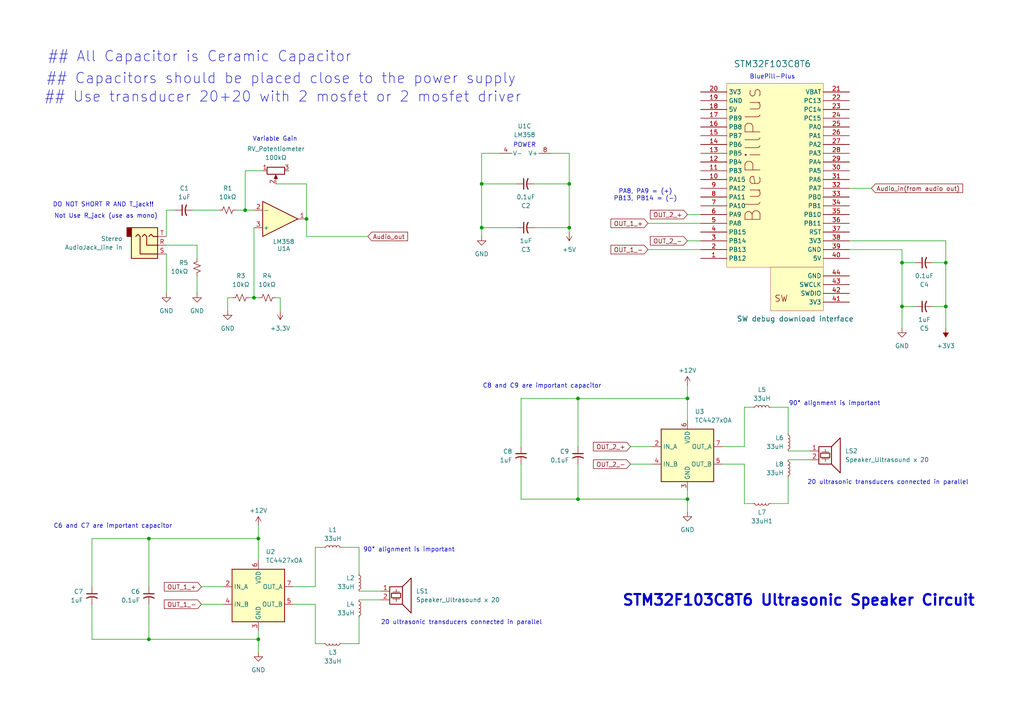
<source format=kicad_sch>
(kicad_sch
	(version 20250114)
	(generator "eeschema")
	(generator_version "9.0")
	(uuid "6760ec7d-a76d-4746-af25-21da871fe551")
	(paper "A4")
	(title_block
		(title "STM32F103C8T6 Ultrasonic Speaker Circuit")
		(date "2025-06-16")
		(rev "5.0")
	)
	(lib_symbols
		(symbol "Amplifier_Operational:LM358"
			(pin_names
				(offset 0.127)
			)
			(exclude_from_sim no)
			(in_bom yes)
			(on_board yes)
			(property "Reference" "U"
				(at 0 5.08 0)
				(effects
					(font
						(size 1.27 1.27)
					)
					(justify left)
				)
			)
			(property "Value" "LM358"
				(at 0 -5.08 0)
				(effects
					(font
						(size 1.27 1.27)
					)
					(justify left)
				)
			)
			(property "Footprint" ""
				(at 0 0 0)
				(effects
					(font
						(size 1.27 1.27)
					)
					(hide yes)
				)
			)
			(property "Datasheet" "http://www.ti.com/lit/ds/symlink/lm2904-n.pdf"
				(at 0 0 0)
				(effects
					(font
						(size 1.27 1.27)
					)
					(hide yes)
				)
			)
			(property "Description" "Low-Power, Dual Operational Amplifiers, DIP-8/SOIC-8/TO-99-8"
				(at 0 0 0)
				(effects
					(font
						(size 1.27 1.27)
					)
					(hide yes)
				)
			)
			(property "ki_locked" ""
				(at 0 0 0)
				(effects
					(font
						(size 1.27 1.27)
					)
				)
			)
			(property "ki_keywords" "dual opamp"
				(at 0 0 0)
				(effects
					(font
						(size 1.27 1.27)
					)
					(hide yes)
				)
			)
			(property "ki_fp_filters" "SOIC*3.9x4.9mm*P1.27mm* DIP*W7.62mm* TO*99* OnSemi*Micro8* TSSOP*3x3mm*P0.65mm* TSSOP*4.4x3mm*P0.65mm* MSOP*3x3mm*P0.65mm* SSOP*3.9x4.9mm*P0.635mm* LFCSP*2x2mm*P0.5mm* *SIP* SOIC*5.3x6.2mm*P1.27mm*"
				(at 0 0 0)
				(effects
					(font
						(size 1.27 1.27)
					)
					(hide yes)
				)
			)
			(symbol "LM358_1_1"
				(polyline
					(pts
						(xy -5.08 5.08) (xy 5.08 0) (xy -5.08 -5.08) (xy -5.08 5.08)
					)
					(stroke
						(width 0.254)
						(type default)
					)
					(fill
						(type background)
					)
				)
				(pin input line
					(at -7.62 2.54 0)
					(length 2.54)
					(name "+"
						(effects
							(font
								(size 1.27 1.27)
							)
						)
					)
					(number "3"
						(effects
							(font
								(size 1.27 1.27)
							)
						)
					)
				)
				(pin input line
					(at -7.62 -2.54 0)
					(length 2.54)
					(name "-"
						(effects
							(font
								(size 1.27 1.27)
							)
						)
					)
					(number "2"
						(effects
							(font
								(size 1.27 1.27)
							)
						)
					)
				)
				(pin output line
					(at 7.62 0 180)
					(length 2.54)
					(name "~"
						(effects
							(font
								(size 1.27 1.27)
							)
						)
					)
					(number "1"
						(effects
							(font
								(size 1.27 1.27)
							)
						)
					)
				)
			)
			(symbol "LM358_2_1"
				(polyline
					(pts
						(xy -5.08 5.08) (xy 5.08 0) (xy -5.08 -5.08) (xy -5.08 5.08)
					)
					(stroke
						(width 0.254)
						(type default)
					)
					(fill
						(type background)
					)
				)
				(pin input line
					(at -7.62 2.54 0)
					(length 2.54)
					(name "+"
						(effects
							(font
								(size 1.27 1.27)
							)
						)
					)
					(number "5"
						(effects
							(font
								(size 1.27 1.27)
							)
						)
					)
				)
				(pin input line
					(at -7.62 -2.54 0)
					(length 2.54)
					(name "-"
						(effects
							(font
								(size 1.27 1.27)
							)
						)
					)
					(number "6"
						(effects
							(font
								(size 1.27 1.27)
							)
						)
					)
				)
				(pin output line
					(at 7.62 0 180)
					(length 2.54)
					(name "~"
						(effects
							(font
								(size 1.27 1.27)
							)
						)
					)
					(number "7"
						(effects
							(font
								(size 1.27 1.27)
							)
						)
					)
				)
			)
			(symbol "LM358_3_1"
				(pin power_in line
					(at -2.54 7.62 270)
					(length 3.81)
					(name "V+"
						(effects
							(font
								(size 1.27 1.27)
							)
						)
					)
					(number "8"
						(effects
							(font
								(size 1.27 1.27)
							)
						)
					)
				)
				(pin power_in line
					(at -2.54 -7.62 90)
					(length 3.81)
					(name "V-"
						(effects
							(font
								(size 1.27 1.27)
							)
						)
					)
					(number "4"
						(effects
							(font
								(size 1.27 1.27)
							)
						)
					)
				)
			)
			(embedded_fonts no)
		)
		(symbol "BluePill-Plus:BluePillPlus"
			(exclude_from_sim no)
			(in_bom yes)
			(on_board yes)
			(property "Reference" ""
				(at -1.27 1.27 0)
				(effects
					(font
						(size 1.8288 1.8288)
					)
				)
			)
			(property "Value" "U?"
				(at -1.27 -3.81 0)
				(effects
					(font
						(size 1.8288 1.8288)
					)
					(justify left bottom)
				)
			)
			(property "Footprint" "BluePillPlus:BluePillPlus"
				(at 0 0 0)
				(effects
					(font
						(size 1.27 1.27)
					)
					(hide yes)
				)
			)
			(property "Datasheet" ""
				(at 0 0 0)
				(effects
					(font
						(size 1.27 1.27)
					)
					(hide yes)
				)
			)
			(property "Description" "BluePillPlus"
				(at 0 0 0)
				(effects
					(font
						(size 1.27 1.27)
					)
					(hide yes)
				)
			)
			(property "ComponentLink1Description" "WeAct Studio"
				(at -18.288 -30.48 0)
				(effects
					(font
						(size 1.8288 1.8288)
					)
					(justify left bottom)
					(hide yes)
				)
			)
			(property "ComponentLink1URL" "WeAct-TC.cn"
				(at -18.288 -30.48 0)
				(effects
					(font
						(size 1.8288 1.8288)
					)
					(justify left bottom)
					(hide yes)
				)
			)
			(property "ComponentLink2Description" "BluePillPlus Github"
				(at -18.288 -30.48 0)
				(effects
					(font
						(size 1.8288 1.8288)
					)
					(justify left bottom)
					(hide yes)
				)
			)
			(property "ComponentLink2URL" "https://github.com/WeActTC/BluePill-Plus"
				(at -18.288 -30.48 0)
				(effects
					(font
						(size 1.8288 1.8288)
					)
					(justify left bottom)
					(hide yes)
				)
			)
			(property "ComponentLink3Description" "BluePillPlus Gitee"
				(at -18.288 -30.48 0)
				(effects
					(font
						(size 1.8288 1.8288)
					)
					(justify left bottom)
					(hide yes)
				)
			)
			(property "ComponentLink3URL" "https://gitee.com/WeAct-TC/BluePill-Plus"
				(at -18.288 -30.48 0)
				(effects
					(font
						(size 1.8288 1.8288)
					)
					(justify left bottom)
					(hide yes)
				)
			)
			(property "ki_fp_filters" "*BluePillPlus*"
				(at 0 0 0)
				(effects
					(font
						(size 1.27 1.27)
					)
					(hide yes)
				)
			)
			(symbol "BluePillPlus_1_0"
				(rectangle
					(start 17.78 25.4)
					(end -10.16 -27.94)
					(stroke
						(width 0.0254)
						(type solid)
						(color 128 0 0 1)
					)
					(fill
						(type background)
					)
				)
				(text "BluePillPlus"
					(at 0 12.7 900)
					(effects
						(font
							(size 4.3688 4.3688)
						)
						(justify right bottom)
					)
				)
				(pin passive line
					(at -17.78 22.86 0)
					(length 7.62)
					(name "PB12"
						(effects
							(font
								(size 1.27 1.27)
							)
						)
					)
					(number "1"
						(effects
							(font
								(size 1.27 1.27)
							)
						)
					)
				)
				(pin passive line
					(at -17.78 20.32 0)
					(length 7.62)
					(name "PB13"
						(effects
							(font
								(size 1.27 1.27)
							)
						)
					)
					(number "2"
						(effects
							(font
								(size 1.27 1.27)
							)
						)
					)
				)
				(pin passive line
					(at -17.78 17.78 0)
					(length 7.62)
					(name "PB14"
						(effects
							(font
								(size 1.27 1.27)
							)
						)
					)
					(number "3"
						(effects
							(font
								(size 1.27 1.27)
							)
						)
					)
				)
				(pin passive line
					(at -17.78 15.24 0)
					(length 7.62)
					(name "PB15"
						(effects
							(font
								(size 1.27 1.27)
							)
						)
					)
					(number "4"
						(effects
							(font
								(size 1.27 1.27)
							)
						)
					)
				)
				(pin passive line
					(at -17.78 12.7 0)
					(length 7.62)
					(name "PA8"
						(effects
							(font
								(size 1.27 1.27)
							)
						)
					)
					(number "5"
						(effects
							(font
								(size 1.27 1.27)
							)
						)
					)
				)
				(pin passive line
					(at -17.78 10.16 0)
					(length 7.62)
					(name "PA9"
						(effects
							(font
								(size 1.27 1.27)
							)
						)
					)
					(number "6"
						(effects
							(font
								(size 1.27 1.27)
							)
						)
					)
				)
				(pin passive line
					(at -17.78 7.62 0)
					(length 7.62)
					(name "PA10"
						(effects
							(font
								(size 1.27 1.27)
							)
						)
					)
					(number "7"
						(effects
							(font
								(size 1.27 1.27)
							)
						)
					)
				)
				(pin passive line
					(at -17.78 5.08 0)
					(length 7.62)
					(name "PA11"
						(effects
							(font
								(size 1.27 1.27)
							)
						)
					)
					(number "8"
						(effects
							(font
								(size 1.27 1.27)
							)
						)
					)
				)
				(pin passive line
					(at -17.78 2.54 0)
					(length 7.62)
					(name "PA12"
						(effects
							(font
								(size 1.27 1.27)
							)
						)
					)
					(number "9"
						(effects
							(font
								(size 1.27 1.27)
							)
						)
					)
				)
				(pin passive line
					(at -17.78 0 0)
					(length 7.62)
					(name "PA15"
						(effects
							(font
								(size 1.27 1.27)
							)
						)
					)
					(number "10"
						(effects
							(font
								(size 1.27 1.27)
							)
						)
					)
				)
				(pin passive line
					(at -17.78 -2.54 0)
					(length 7.62)
					(name "PB3"
						(effects
							(font
								(size 1.27 1.27)
							)
						)
					)
					(number "11"
						(effects
							(font
								(size 1.27 1.27)
							)
						)
					)
				)
				(pin passive line
					(at -17.78 -5.08 0)
					(length 7.62)
					(name "PB4"
						(effects
							(font
								(size 1.27 1.27)
							)
						)
					)
					(number "12"
						(effects
							(font
								(size 1.27 1.27)
							)
						)
					)
				)
				(pin passive line
					(at -17.78 -7.62 0)
					(length 7.62)
					(name "PB5"
						(effects
							(font
								(size 1.27 1.27)
							)
						)
					)
					(number "13"
						(effects
							(font
								(size 1.27 1.27)
							)
						)
					)
				)
				(pin passive line
					(at -17.78 -10.16 0)
					(length 7.62)
					(name "PB6"
						(effects
							(font
								(size 1.27 1.27)
							)
						)
					)
					(number "14"
						(effects
							(font
								(size 1.27 1.27)
							)
						)
					)
				)
				(pin passive line
					(at -17.78 -12.7 0)
					(length 7.62)
					(name "PB7"
						(effects
							(font
								(size 1.27 1.27)
							)
						)
					)
					(number "15"
						(effects
							(font
								(size 1.27 1.27)
							)
						)
					)
				)
				(pin passive line
					(at -17.78 -15.24 0)
					(length 7.62)
					(name "PB8"
						(effects
							(font
								(size 1.27 1.27)
							)
						)
					)
					(number "16"
						(effects
							(font
								(size 1.27 1.27)
							)
						)
					)
				)
				(pin passive line
					(at -17.78 -17.78 0)
					(length 7.62)
					(name "PB9"
						(effects
							(font
								(size 1.27 1.27)
							)
						)
					)
					(number "17"
						(effects
							(font
								(size 1.27 1.27)
							)
						)
					)
				)
				(pin passive line
					(at -17.78 -20.32 0)
					(length 7.62)
					(name "5V"
						(effects
							(font
								(size 1.27 1.27)
							)
						)
					)
					(number "18"
						(effects
							(font
								(size 1.27 1.27)
							)
						)
					)
				)
				(pin passive line
					(at -17.78 -22.86 0)
					(length 7.62)
					(name "GND"
						(effects
							(font
								(size 1.27 1.27)
							)
						)
					)
					(number "19"
						(effects
							(font
								(size 1.27 1.27)
							)
						)
					)
				)
				(pin passive line
					(at -17.78 -25.4 0)
					(length 7.62)
					(name "3V3"
						(effects
							(font
								(size 1.27 1.27)
							)
						)
					)
					(number "20"
						(effects
							(font
								(size 1.27 1.27)
							)
						)
					)
				)
				(pin passive line
					(at 25.4 22.86 180)
					(length 7.62)
					(name "5V"
						(effects
							(font
								(size 1.27 1.27)
							)
						)
					)
					(number "40"
						(effects
							(font
								(size 1.27 1.27)
							)
						)
					)
				)
				(pin passive line
					(at 25.4 20.32 180)
					(length 7.62)
					(name "GND"
						(effects
							(font
								(size 1.27 1.27)
							)
						)
					)
					(number "39"
						(effects
							(font
								(size 1.27 1.27)
							)
						)
					)
				)
				(pin passive line
					(at 25.4 17.78 180)
					(length 7.62)
					(name "3V3"
						(effects
							(font
								(size 1.27 1.27)
							)
						)
					)
					(number "38"
						(effects
							(font
								(size 1.27 1.27)
							)
						)
					)
				)
				(pin passive line
					(at 25.4 15.24 180)
					(length 7.62)
					(name "RST"
						(effects
							(font
								(size 1.27 1.27)
							)
						)
					)
					(number "37"
						(effects
							(font
								(size 1.27 1.27)
							)
						)
					)
				)
				(pin passive line
					(at 25.4 12.7 180)
					(length 7.62)
					(name "PB11"
						(effects
							(font
								(size 1.27 1.27)
							)
						)
					)
					(number "36"
						(effects
							(font
								(size 1.27 1.27)
							)
						)
					)
				)
				(pin passive line
					(at 25.4 10.16 180)
					(length 7.62)
					(name "PB10"
						(effects
							(font
								(size 1.27 1.27)
							)
						)
					)
					(number "35"
						(effects
							(font
								(size 1.27 1.27)
							)
						)
					)
				)
				(pin passive line
					(at 25.4 7.62 180)
					(length 7.62)
					(name "PB1"
						(effects
							(font
								(size 1.27 1.27)
							)
						)
					)
					(number "34"
						(effects
							(font
								(size 1.27 1.27)
							)
						)
					)
				)
				(pin passive line
					(at 25.4 5.08 180)
					(length 7.62)
					(name "PB0"
						(effects
							(font
								(size 1.27 1.27)
							)
						)
					)
					(number "33"
						(effects
							(font
								(size 1.27 1.27)
							)
						)
					)
				)
				(pin passive line
					(at 25.4 2.54 180)
					(length 7.62)
					(name "PA7"
						(effects
							(font
								(size 1.27 1.27)
							)
						)
					)
					(number "32"
						(effects
							(font
								(size 1.27 1.27)
							)
						)
					)
				)
				(pin passive line
					(at 25.4 0 180)
					(length 7.62)
					(name "PA6"
						(effects
							(font
								(size 1.27 1.27)
							)
						)
					)
					(number "31"
						(effects
							(font
								(size 1.27 1.27)
							)
						)
					)
				)
				(pin passive line
					(at 25.4 -2.54 180)
					(length 7.62)
					(name "PA5"
						(effects
							(font
								(size 1.27 1.27)
							)
						)
					)
					(number "30"
						(effects
							(font
								(size 1.27 1.27)
							)
						)
					)
				)
				(pin passive line
					(at 25.4 -5.08 180)
					(length 7.62)
					(name "PA4"
						(effects
							(font
								(size 1.27 1.27)
							)
						)
					)
					(number "29"
						(effects
							(font
								(size 1.27 1.27)
							)
						)
					)
				)
				(pin passive line
					(at 25.4 -7.62 180)
					(length 7.62)
					(name "PA3"
						(effects
							(font
								(size 1.27 1.27)
							)
						)
					)
					(number "28"
						(effects
							(font
								(size 1.27 1.27)
							)
						)
					)
				)
				(pin passive line
					(at 25.4 -10.16 180)
					(length 7.62)
					(name "PA2"
						(effects
							(font
								(size 1.27 1.27)
							)
						)
					)
					(number "27"
						(effects
							(font
								(size 1.27 1.27)
							)
						)
					)
				)
				(pin passive line
					(at 25.4 -12.7 180)
					(length 7.62)
					(name "PA1"
						(effects
							(font
								(size 1.27 1.27)
							)
						)
					)
					(number "26"
						(effects
							(font
								(size 1.27 1.27)
							)
						)
					)
				)
				(pin passive line
					(at 25.4 -15.24 180)
					(length 7.62)
					(name "PA0"
						(effects
							(font
								(size 1.27 1.27)
							)
						)
					)
					(number "25"
						(effects
							(font
								(size 1.27 1.27)
							)
						)
					)
				)
				(pin passive line
					(at 25.4 -17.78 180)
					(length 7.62)
					(name "PC15"
						(effects
							(font
								(size 1.27 1.27)
							)
						)
					)
					(number "24"
						(effects
							(font
								(size 1.27 1.27)
							)
						)
					)
				)
				(pin passive line
					(at 25.4 -20.32 180)
					(length 7.62)
					(name "PC14"
						(effects
							(font
								(size 1.27 1.27)
							)
						)
					)
					(number "23"
						(effects
							(font
								(size 1.27 1.27)
							)
						)
					)
				)
				(pin passive line
					(at 25.4 -22.86 180)
					(length 7.62)
					(name "PC13"
						(effects
							(font
								(size 1.27 1.27)
							)
						)
					)
					(number "22"
						(effects
							(font
								(size 1.27 1.27)
							)
						)
					)
				)
				(pin passive line
					(at 25.4 -25.4 180)
					(length 7.62)
					(name "VBAT"
						(effects
							(font
								(size 1.27 1.27)
							)
						)
					)
					(number "21"
						(effects
							(font
								(size 1.27 1.27)
							)
						)
					)
				)
			)
			(symbol "BluePillPlus_2_0"
				(rectangle
					(start 10.16 5.08)
					(end -5.08 -7.62)
					(stroke
						(width 0.0254)
						(type solid)
						(color 128 0 0 1)
					)
					(fill
						(type background)
					)
				)
				(text "SW"
					(at 5.08 -5.08 0)
					(effects
						(font
							(size 1.8288 1.8288)
						)
						(justify left bottom)
					)
				)
				(pin passive line
					(at -12.7 2.54 0)
					(length 7.62)
					(name "GND"
						(effects
							(font
								(size 1.27 1.27)
							)
						)
					)
					(number "44"
						(effects
							(font
								(size 1.27 1.27)
							)
						)
					)
				)
				(pin passive line
					(at -12.7 0 0)
					(length 7.62)
					(name "SWCLK"
						(effects
							(font
								(size 1.27 1.27)
							)
						)
					)
					(number "43"
						(effects
							(font
								(size 1.27 1.27)
							)
						)
					)
				)
				(pin passive line
					(at -12.7 -2.54 0)
					(length 7.62)
					(name "SWDIO"
						(effects
							(font
								(size 1.27 1.27)
							)
						)
					)
					(number "42"
						(effects
							(font
								(size 1.27 1.27)
							)
						)
					)
				)
				(pin passive line
					(at -12.7 -5.08 0)
					(length 7.62)
					(name "3V3"
						(effects
							(font
								(size 1.27 1.27)
							)
						)
					)
					(number "41"
						(effects
							(font
								(size 1.27 1.27)
							)
						)
					)
				)
			)
			(embedded_fonts no)
		)
		(symbol "Connector_Audio:AudioJack3"
			(exclude_from_sim no)
			(in_bom yes)
			(on_board yes)
			(property "Reference" "J"
				(at 0 8.89 0)
				(effects
					(font
						(size 1.27 1.27)
					)
				)
			)
			(property "Value" "AudioJack3"
				(at 0 6.35 0)
				(effects
					(font
						(size 1.27 1.27)
					)
				)
			)
			(property "Footprint" ""
				(at 0 0 0)
				(effects
					(font
						(size 1.27 1.27)
					)
					(hide yes)
				)
			)
			(property "Datasheet" "~"
				(at 0 0 0)
				(effects
					(font
						(size 1.27 1.27)
					)
					(hide yes)
				)
			)
			(property "Description" "Audio Jack, 3 Poles (Stereo / TRS)"
				(at 0 0 0)
				(effects
					(font
						(size 1.27 1.27)
					)
					(hide yes)
				)
			)
			(property "ki_keywords" "audio jack receptacle stereo headphones phones TRS connector"
				(at 0 0 0)
				(effects
					(font
						(size 1.27 1.27)
					)
					(hide yes)
				)
			)
			(property "ki_fp_filters" "Jack*"
				(at 0 0 0)
				(effects
					(font
						(size 1.27 1.27)
					)
					(hide yes)
				)
			)
			(symbol "AudioJack3_0_1"
				(rectangle
					(start -5.08 -5.08)
					(end -6.35 -2.54)
					(stroke
						(width 0.254)
						(type default)
					)
					(fill
						(type outline)
					)
				)
				(polyline
					(pts
						(xy -1.905 -2.54) (xy -1.27 -3.175) (xy -0.635 -2.54) (xy -0.635 0) (xy 2.54 0)
					)
					(stroke
						(width 0.254)
						(type default)
					)
					(fill
						(type none)
					)
				)
				(polyline
					(pts
						(xy 0 -2.54) (xy 0.635 -3.175) (xy 1.27 -2.54) (xy 2.54 -2.54)
					)
					(stroke
						(width 0.254)
						(type default)
					)
					(fill
						(type none)
					)
				)
				(rectangle
					(start 2.54 3.81)
					(end -5.08 -5.08)
					(stroke
						(width 0.254)
						(type default)
					)
					(fill
						(type background)
					)
				)
				(polyline
					(pts
						(xy 2.54 2.54) (xy -2.54 2.54) (xy -2.54 -2.54) (xy -3.175 -3.175) (xy -3.81 -2.54)
					)
					(stroke
						(width 0.254)
						(type default)
					)
					(fill
						(type none)
					)
				)
			)
			(symbol "AudioJack3_1_1"
				(pin passive line
					(at 5.08 2.54 180)
					(length 2.54)
					(name "~"
						(effects
							(font
								(size 1.27 1.27)
							)
						)
					)
					(number "S"
						(effects
							(font
								(size 1.27 1.27)
							)
						)
					)
				)
				(pin passive line
					(at 5.08 0 180)
					(length 2.54)
					(name "~"
						(effects
							(font
								(size 1.27 1.27)
							)
						)
					)
					(number "R"
						(effects
							(font
								(size 1.27 1.27)
							)
						)
					)
				)
				(pin passive line
					(at 5.08 -2.54 180)
					(length 2.54)
					(name "~"
						(effects
							(font
								(size 1.27 1.27)
							)
						)
					)
					(number "T"
						(effects
							(font
								(size 1.27 1.27)
							)
						)
					)
				)
			)
			(embedded_fonts no)
		)
		(symbol "Device:C_Small_US"
			(pin_numbers
				(hide yes)
			)
			(pin_names
				(offset 0.254)
				(hide yes)
			)
			(exclude_from_sim no)
			(in_bom yes)
			(on_board yes)
			(property "Reference" "C"
				(at 0.254 1.778 0)
				(effects
					(font
						(size 1.27 1.27)
					)
					(justify left)
				)
			)
			(property "Value" "C_Small_US"
				(at 0.254 -2.032 0)
				(effects
					(font
						(size 1.27 1.27)
					)
					(justify left)
				)
			)
			(property "Footprint" ""
				(at 0 0 0)
				(effects
					(font
						(size 1.27 1.27)
					)
					(hide yes)
				)
			)
			(property "Datasheet" ""
				(at 0 0 0)
				(effects
					(font
						(size 1.27 1.27)
					)
					(hide yes)
				)
			)
			(property "Description" "capacitor, small US symbol"
				(at 0 0 0)
				(effects
					(font
						(size 1.27 1.27)
					)
					(hide yes)
				)
			)
			(property "ki_keywords" "cap capacitor"
				(at 0 0 0)
				(effects
					(font
						(size 1.27 1.27)
					)
					(hide yes)
				)
			)
			(property "ki_fp_filters" "C_*"
				(at 0 0 0)
				(effects
					(font
						(size 1.27 1.27)
					)
					(hide yes)
				)
			)
			(symbol "C_Small_US_0_1"
				(polyline
					(pts
						(xy -1.524 0.508) (xy 1.524 0.508)
					)
					(stroke
						(width 0.3048)
						(type default)
					)
					(fill
						(type none)
					)
				)
				(arc
					(start -1.524 -0.762)
					(mid 0 -0.3734)
					(end 1.524 -0.762)
					(stroke
						(width 0.3048)
						(type default)
					)
					(fill
						(type none)
					)
				)
			)
			(symbol "C_Small_US_1_1"
				(pin passive line
					(at 0 2.54 270)
					(length 2.032)
					(name "~"
						(effects
							(font
								(size 1.27 1.27)
							)
						)
					)
					(number "1"
						(effects
							(font
								(size 1.27 1.27)
							)
						)
					)
				)
				(pin passive line
					(at 0 -2.54 90)
					(length 2.032)
					(name "~"
						(effects
							(font
								(size 1.27 1.27)
							)
						)
					)
					(number "2"
						(effects
							(font
								(size 1.27 1.27)
							)
						)
					)
				)
			)
			(embedded_fonts no)
		)
		(symbol "Device:L_Small"
			(pin_numbers
				(hide yes)
			)
			(pin_names
				(offset 0.254)
				(hide yes)
			)
			(exclude_from_sim no)
			(in_bom yes)
			(on_board yes)
			(property "Reference" "L"
				(at 0.762 1.016 0)
				(effects
					(font
						(size 1.27 1.27)
					)
					(justify left)
				)
			)
			(property "Value" "L_Small"
				(at 0.762 -1.016 0)
				(effects
					(font
						(size 1.27 1.27)
					)
					(justify left)
				)
			)
			(property "Footprint" ""
				(at 0 0 0)
				(effects
					(font
						(size 1.27 1.27)
					)
					(hide yes)
				)
			)
			(property "Datasheet" "~"
				(at 0 0 0)
				(effects
					(font
						(size 1.27 1.27)
					)
					(hide yes)
				)
			)
			(property "Description" "Inductor, small symbol"
				(at 0 0 0)
				(effects
					(font
						(size 1.27 1.27)
					)
					(hide yes)
				)
			)
			(property "ki_keywords" "inductor choke coil reactor magnetic"
				(at 0 0 0)
				(effects
					(font
						(size 1.27 1.27)
					)
					(hide yes)
				)
			)
			(property "ki_fp_filters" "Choke_* *Coil* Inductor_* L_*"
				(at 0 0 0)
				(effects
					(font
						(size 1.27 1.27)
					)
					(hide yes)
				)
			)
			(symbol "L_Small_0_1"
				(arc
					(start 0 2.032)
					(mid 0.5058 1.524)
					(end 0 1.016)
					(stroke
						(width 0)
						(type default)
					)
					(fill
						(type none)
					)
				)
				(arc
					(start 0 1.016)
					(mid 0.5058 0.508)
					(end 0 0)
					(stroke
						(width 0)
						(type default)
					)
					(fill
						(type none)
					)
				)
				(arc
					(start 0 0)
					(mid 0.5058 -0.508)
					(end 0 -1.016)
					(stroke
						(width 0)
						(type default)
					)
					(fill
						(type none)
					)
				)
				(arc
					(start 0 -1.016)
					(mid 0.5058 -1.524)
					(end 0 -2.032)
					(stroke
						(width 0)
						(type default)
					)
					(fill
						(type none)
					)
				)
			)
			(symbol "L_Small_1_1"
				(pin passive line
					(at 0 2.54 270)
					(length 0.508)
					(name "~"
						(effects
							(font
								(size 1.27 1.27)
							)
						)
					)
					(number "1"
						(effects
							(font
								(size 1.27 1.27)
							)
						)
					)
				)
				(pin passive line
					(at 0 -2.54 90)
					(length 0.508)
					(name "~"
						(effects
							(font
								(size 1.27 1.27)
							)
						)
					)
					(number "2"
						(effects
							(font
								(size 1.27 1.27)
							)
						)
					)
				)
			)
			(embedded_fonts no)
		)
		(symbol "Device:R_Potentiometer"
			(pin_names
				(offset 1.016)
				(hide yes)
			)
			(exclude_from_sim no)
			(in_bom yes)
			(on_board yes)
			(property "Reference" "RV"
				(at -4.445 0 90)
				(effects
					(font
						(size 1.27 1.27)
					)
				)
			)
			(property "Value" "R_Potentiometer"
				(at -2.54 0 90)
				(effects
					(font
						(size 1.27 1.27)
					)
				)
			)
			(property "Footprint" ""
				(at 0 0 0)
				(effects
					(font
						(size 1.27 1.27)
					)
					(hide yes)
				)
			)
			(property "Datasheet" "~"
				(at 0 0 0)
				(effects
					(font
						(size 1.27 1.27)
					)
					(hide yes)
				)
			)
			(property "Description" "Potentiometer"
				(at 0 0 0)
				(effects
					(font
						(size 1.27 1.27)
					)
					(hide yes)
				)
			)
			(property "ki_keywords" "resistor variable"
				(at 0 0 0)
				(effects
					(font
						(size 1.27 1.27)
					)
					(hide yes)
				)
			)
			(property "ki_fp_filters" "Potentiometer*"
				(at 0 0 0)
				(effects
					(font
						(size 1.27 1.27)
					)
					(hide yes)
				)
			)
			(symbol "R_Potentiometer_0_1"
				(rectangle
					(start 1.016 2.54)
					(end -1.016 -2.54)
					(stroke
						(width 0.254)
						(type default)
					)
					(fill
						(type none)
					)
				)
				(polyline
					(pts
						(xy 1.143 0) (xy 2.286 0.508) (xy 2.286 -0.508) (xy 1.143 0)
					)
					(stroke
						(width 0)
						(type default)
					)
					(fill
						(type outline)
					)
				)
				(polyline
					(pts
						(xy 2.54 0) (xy 1.524 0)
					)
					(stroke
						(width 0)
						(type default)
					)
					(fill
						(type none)
					)
				)
			)
			(symbol "R_Potentiometer_1_1"
				(pin passive line
					(at 0 3.81 270)
					(length 1.27)
					(name "1"
						(effects
							(font
								(size 1.27 1.27)
							)
						)
					)
					(number "1"
						(effects
							(font
								(size 1.27 1.27)
							)
						)
					)
				)
				(pin passive line
					(at 0 -3.81 90)
					(length 1.27)
					(name "3"
						(effects
							(font
								(size 1.27 1.27)
							)
						)
					)
					(number "3"
						(effects
							(font
								(size 1.27 1.27)
							)
						)
					)
				)
				(pin passive line
					(at 3.81 0 180)
					(length 1.27)
					(name "2"
						(effects
							(font
								(size 1.27 1.27)
							)
						)
					)
					(number "2"
						(effects
							(font
								(size 1.27 1.27)
							)
						)
					)
				)
			)
			(embedded_fonts no)
		)
		(symbol "Device:R_Small_US"
			(pin_numbers
				(hide yes)
			)
			(pin_names
				(offset 0.254)
				(hide yes)
			)
			(exclude_from_sim no)
			(in_bom yes)
			(on_board yes)
			(property "Reference" "R"
				(at 0.762 0.508 0)
				(effects
					(font
						(size 1.27 1.27)
					)
					(justify left)
				)
			)
			(property "Value" "R_Small_US"
				(at 0.762 -1.016 0)
				(effects
					(font
						(size 1.27 1.27)
					)
					(justify left)
				)
			)
			(property "Footprint" ""
				(at 0 0 0)
				(effects
					(font
						(size 1.27 1.27)
					)
					(hide yes)
				)
			)
			(property "Datasheet" "~"
				(at 0 0 0)
				(effects
					(font
						(size 1.27 1.27)
					)
					(hide yes)
				)
			)
			(property "Description" "Resistor, small US symbol"
				(at 0 0 0)
				(effects
					(font
						(size 1.27 1.27)
					)
					(hide yes)
				)
			)
			(property "ki_keywords" "r resistor"
				(at 0 0 0)
				(effects
					(font
						(size 1.27 1.27)
					)
					(hide yes)
				)
			)
			(property "ki_fp_filters" "R_*"
				(at 0 0 0)
				(effects
					(font
						(size 1.27 1.27)
					)
					(hide yes)
				)
			)
			(symbol "R_Small_US_1_1"
				(polyline
					(pts
						(xy 0 1.524) (xy 1.016 1.143) (xy 0 0.762) (xy -1.016 0.381) (xy 0 0)
					)
					(stroke
						(width 0)
						(type default)
					)
					(fill
						(type none)
					)
				)
				(polyline
					(pts
						(xy 0 0) (xy 1.016 -0.381) (xy 0 -0.762) (xy -1.016 -1.143) (xy 0 -1.524)
					)
					(stroke
						(width 0)
						(type default)
					)
					(fill
						(type none)
					)
				)
				(pin passive line
					(at 0 2.54 270)
					(length 1.016)
					(name "~"
						(effects
							(font
								(size 1.27 1.27)
							)
						)
					)
					(number "1"
						(effects
							(font
								(size 1.27 1.27)
							)
						)
					)
				)
				(pin passive line
					(at 0 -2.54 90)
					(length 1.016)
					(name "~"
						(effects
							(font
								(size 1.27 1.27)
							)
						)
					)
					(number "2"
						(effects
							(font
								(size 1.27 1.27)
							)
						)
					)
				)
			)
			(embedded_fonts no)
		)
		(symbol "Device:Speaker_Ultrasound"
			(pin_names
				(offset 0)
				(hide yes)
			)
			(exclude_from_sim no)
			(in_bom yes)
			(on_board yes)
			(property "Reference" "LS"
				(at 0.635 5.715 0)
				(effects
					(font
						(size 1.27 1.27)
					)
					(justify right)
				)
			)
			(property "Value" "Speaker_Ultrasound"
				(at 0.635 3.81 0)
				(effects
					(font
						(size 1.27 1.27)
					)
					(justify right)
				)
			)
			(property "Footprint" ""
				(at -0.889 -1.27 0)
				(effects
					(font
						(size 1.27 1.27)
					)
					(hide yes)
				)
			)
			(property "Datasheet" "~"
				(at -0.889 -1.27 0)
				(effects
					(font
						(size 1.27 1.27)
					)
					(hide yes)
				)
			)
			(property "Description" "Ultrasonic transducer"
				(at 0 0 0)
				(effects
					(font
						(size 1.27 1.27)
					)
					(hide yes)
				)
			)
			(property "ki_keywords" "crystal speaker ultrasonic transducer"
				(at 0 0 0)
				(effects
					(font
						(size 1.27 1.27)
					)
					(hide yes)
				)
			)
			(symbol "Speaker_Ultrasound_0_0"
				(rectangle
					(start -2.54 1.27)
					(end 1.143 -3.81)
					(stroke
						(width 0.254)
						(type default)
					)
					(fill
						(type none)
					)
				)
				(rectangle
					(start -2.032 -0.635)
					(end 0.635 -1.905)
					(stroke
						(width 0.254)
						(type default)
					)
					(fill
						(type none)
					)
				)
				(polyline
					(pts
						(xy -1.651 -0.254) (xy 0.381 -0.254)
					)
					(stroke
						(width 0)
						(type default)
					)
					(fill
						(type none)
					)
				)
				(polyline
					(pts
						(xy -1.651 -2.286) (xy 0.381 -2.286)
					)
					(stroke
						(width 0)
						(type default)
					)
					(fill
						(type none)
					)
				)
				(polyline
					(pts
						(xy -0.635 -0.254) (xy -0.635 0.508)
					)
					(stroke
						(width 0)
						(type default)
					)
					(fill
						(type none)
					)
				)
				(polyline
					(pts
						(xy -0.635 -2.286) (xy -0.635 -3.048)
					)
					(stroke
						(width 0)
						(type default)
					)
					(fill
						(type none)
					)
				)
				(polyline
					(pts
						(xy 1.143 1.27) (xy 3.683 3.81) (xy 3.683 -6.35) (xy 1.143 -3.81)
					)
					(stroke
						(width 0.254)
						(type default)
					)
					(fill
						(type none)
					)
				)
			)
			(symbol "Speaker_Ultrasound_1_1"
				(pin input line
					(at -5.08 0 0)
					(length 2.54)
					(name "1"
						(effects
							(font
								(size 1.27 1.27)
							)
						)
					)
					(number "1"
						(effects
							(font
								(size 1.27 1.27)
							)
						)
					)
				)
				(pin input line
					(at -5.08 -2.54 0)
					(length 2.54)
					(name "2"
						(effects
							(font
								(size 1.27 1.27)
							)
						)
					)
					(number "2"
						(effects
							(font
								(size 1.27 1.27)
							)
						)
					)
				)
			)
			(embedded_fonts no)
		)
		(symbol "Driver_FET:TC4427xOA"
			(exclude_from_sim no)
			(in_bom yes)
			(on_board yes)
			(property "Reference" "U"
				(at -7.62 8.89 0)
				(effects
					(font
						(size 1.27 1.27)
					)
					(justify left)
				)
			)
			(property "Value" "TC4427xOA"
				(at 1.27 8.89 0)
				(effects
					(font
						(size 1.27 1.27)
					)
					(justify left)
				)
			)
			(property "Footprint" "Package_SO:SOIC-8_3.9x4.9mm_P1.27mm"
				(at 0.508 -15.24 0)
				(effects
					(font
						(size 1.27 1.27)
					)
					(hide yes)
				)
			)
			(property "Datasheet" "https://ww1.microchip.com/downloads/en/DeviceDoc/20001422G.pdf"
				(at 0.508 -13.208 0)
				(effects
					(font
						(size 1.27 1.27)
					)
					(hide yes)
				)
			)
			(property "Description" "1.5A Dual High-Speed Power MOSFET Drivers, 4.5...18V supply, TTL/CMOS compatible inputs, non-inverting drivers, SOIC-8"
				(at 0 -11.176 0)
				(effects
					(font
						(size 1.27 1.27)
					)
					(hide yes)
				)
			)
			(property "ki_keywords" "ESD push-pull"
				(at 0 0 0)
				(effects
					(font
						(size 1.27 1.27)
					)
					(hide yes)
				)
			)
			(property "ki_fp_filters" "*SO*3.9*4.*P1.27mm*"
				(at 0 0 0)
				(effects
					(font
						(size 1.27 1.27)
					)
					(hide yes)
				)
			)
			(symbol "TC4427xOA_0_1"
				(rectangle
					(start -7.62 -7.62)
					(end 7.62 7.62)
					(stroke
						(width 0.254)
						(type default)
					)
					(fill
						(type background)
					)
				)
			)
			(symbol "TC4427xOA_1_1"
				(pin input line
					(at -10.16 2.54 0)
					(length 2.54)
					(name "IN_A"
						(effects
							(font
								(size 1.27 1.27)
							)
						)
					)
					(number "2"
						(effects
							(font
								(size 1.27 1.27)
							)
						)
					)
				)
				(pin input line
					(at -10.16 -2.54 0)
					(length 2.54)
					(name "IN_B"
						(effects
							(font
								(size 1.27 1.27)
							)
						)
					)
					(number "4"
						(effects
							(font
								(size 1.27 1.27)
							)
						)
					)
				)
				(pin no_connect line
					(at -7.62 0 0)
					(length 2.54)
					(hide yes)
					(name "NC"
						(effects
							(font
								(size 1.27 1.27)
							)
						)
					)
					(number "1"
						(effects
							(font
								(size 1.27 1.27)
							)
						)
					)
				)
				(pin power_in line
					(at 0 10.16 270)
					(length 2.54)
					(name "VDD"
						(effects
							(font
								(size 1.27 1.27)
							)
						)
					)
					(number "6"
						(effects
							(font
								(size 1.27 1.27)
							)
						)
					)
				)
				(pin power_in line
					(at 0 -10.16 90)
					(length 2.54)
					(name "GND"
						(effects
							(font
								(size 1.27 1.27)
							)
						)
					)
					(number "3"
						(effects
							(font
								(size 1.27 1.27)
							)
						)
					)
				)
				(pin no_connect line
					(at 7.62 0 180)
					(length 2.54)
					(hide yes)
					(name "NC"
						(effects
							(font
								(size 1.27 1.27)
							)
						)
					)
					(number "8"
						(effects
							(font
								(size 1.27 1.27)
							)
						)
					)
				)
				(pin output line
					(at 10.16 2.54 180)
					(length 2.54)
					(name "OUT_A"
						(effects
							(font
								(size 1.27 1.27)
							)
						)
					)
					(number "7"
						(effects
							(font
								(size 1.27 1.27)
							)
						)
					)
				)
				(pin output line
					(at 10.16 -2.54 180)
					(length 2.54)
					(name "OUT_B"
						(effects
							(font
								(size 1.27 1.27)
							)
						)
					)
					(number "5"
						(effects
							(font
								(size 1.27 1.27)
							)
						)
					)
				)
			)
			(embedded_fonts no)
		)
		(symbol "power:+12V"
			(power)
			(pin_numbers
				(hide yes)
			)
			(pin_names
				(offset 0)
				(hide yes)
			)
			(exclude_from_sim no)
			(in_bom yes)
			(on_board yes)
			(property "Reference" "#PWR"
				(at 0 -3.81 0)
				(effects
					(font
						(size 1.27 1.27)
					)
					(hide yes)
				)
			)
			(property "Value" "+12V"
				(at 0 3.556 0)
				(effects
					(font
						(size 1.27 1.27)
					)
				)
			)
			(property "Footprint" ""
				(at 0 0 0)
				(effects
					(font
						(size 1.27 1.27)
					)
					(hide yes)
				)
			)
			(property "Datasheet" ""
				(at 0 0 0)
				(effects
					(font
						(size 1.27 1.27)
					)
					(hide yes)
				)
			)
			(property "Description" "Power symbol creates a global label with name \"+12V\""
				(at 0 0 0)
				(effects
					(font
						(size 1.27 1.27)
					)
					(hide yes)
				)
			)
			(property "ki_keywords" "global power"
				(at 0 0 0)
				(effects
					(font
						(size 1.27 1.27)
					)
					(hide yes)
				)
			)
			(symbol "+12V_0_1"
				(polyline
					(pts
						(xy -0.762 1.27) (xy 0 2.54)
					)
					(stroke
						(width 0)
						(type default)
					)
					(fill
						(type none)
					)
				)
				(polyline
					(pts
						(xy 0 2.54) (xy 0.762 1.27)
					)
					(stroke
						(width 0)
						(type default)
					)
					(fill
						(type none)
					)
				)
				(polyline
					(pts
						(xy 0 0) (xy 0 2.54)
					)
					(stroke
						(width 0)
						(type default)
					)
					(fill
						(type none)
					)
				)
			)
			(symbol "+12V_1_1"
				(pin power_in line
					(at 0 0 90)
					(length 0)
					(name "~"
						(effects
							(font
								(size 1.27 1.27)
							)
						)
					)
					(number "1"
						(effects
							(font
								(size 1.27 1.27)
							)
						)
					)
				)
			)
			(embedded_fonts no)
		)
		(symbol "power:+3.3V"
			(power)
			(pin_numbers
				(hide yes)
			)
			(pin_names
				(offset 0)
				(hide yes)
			)
			(exclude_from_sim no)
			(in_bom yes)
			(on_board yes)
			(property "Reference" "#PWR"
				(at 0 -3.81 0)
				(effects
					(font
						(size 1.27 1.27)
					)
					(hide yes)
				)
			)
			(property "Value" "+3.3V"
				(at 0 3.556 0)
				(effects
					(font
						(size 1.27 1.27)
					)
				)
			)
			(property "Footprint" ""
				(at 0 0 0)
				(effects
					(font
						(size 1.27 1.27)
					)
					(hide yes)
				)
			)
			(property "Datasheet" ""
				(at 0 0 0)
				(effects
					(font
						(size 1.27 1.27)
					)
					(hide yes)
				)
			)
			(property "Description" "Power symbol creates a global label with name \"+3.3V\""
				(at 0 0 0)
				(effects
					(font
						(size 1.27 1.27)
					)
					(hide yes)
				)
			)
			(property "ki_keywords" "global power"
				(at 0 0 0)
				(effects
					(font
						(size 1.27 1.27)
					)
					(hide yes)
				)
			)
			(symbol "+3.3V_0_1"
				(polyline
					(pts
						(xy -0.762 1.27) (xy 0 2.54)
					)
					(stroke
						(width 0)
						(type default)
					)
					(fill
						(type none)
					)
				)
				(polyline
					(pts
						(xy 0 2.54) (xy 0.762 1.27)
					)
					(stroke
						(width 0)
						(type default)
					)
					(fill
						(type none)
					)
				)
				(polyline
					(pts
						(xy 0 0) (xy 0 2.54)
					)
					(stroke
						(width 0)
						(type default)
					)
					(fill
						(type none)
					)
				)
			)
			(symbol "+3.3V_1_1"
				(pin power_in line
					(at 0 0 90)
					(length 0)
					(name "~"
						(effects
							(font
								(size 1.27 1.27)
							)
						)
					)
					(number "1"
						(effects
							(font
								(size 1.27 1.27)
							)
						)
					)
				)
			)
			(embedded_fonts no)
		)
		(symbol "power:+5V"
			(power)
			(pin_numbers
				(hide yes)
			)
			(pin_names
				(offset 0)
				(hide yes)
			)
			(exclude_from_sim no)
			(in_bom yes)
			(on_board yes)
			(property "Reference" "#PWR"
				(at 0 -3.81 0)
				(effects
					(font
						(size 1.27 1.27)
					)
					(hide yes)
				)
			)
			(property "Value" "+5V"
				(at 0 3.556 0)
				(effects
					(font
						(size 1.27 1.27)
					)
				)
			)
			(property "Footprint" ""
				(at 0 0 0)
				(effects
					(font
						(size 1.27 1.27)
					)
					(hide yes)
				)
			)
			(property "Datasheet" ""
				(at 0 0 0)
				(effects
					(font
						(size 1.27 1.27)
					)
					(hide yes)
				)
			)
			(property "Description" "Power symbol creates a global label with name \"+5V\""
				(at 0 0 0)
				(effects
					(font
						(size 1.27 1.27)
					)
					(hide yes)
				)
			)
			(property "ki_keywords" "global power"
				(at 0 0 0)
				(effects
					(font
						(size 1.27 1.27)
					)
					(hide yes)
				)
			)
			(symbol "+5V_0_1"
				(polyline
					(pts
						(xy -0.762 1.27) (xy 0 2.54)
					)
					(stroke
						(width 0)
						(type default)
					)
					(fill
						(type none)
					)
				)
				(polyline
					(pts
						(xy 0 2.54) (xy 0.762 1.27)
					)
					(stroke
						(width 0)
						(type default)
					)
					(fill
						(type none)
					)
				)
				(polyline
					(pts
						(xy 0 0) (xy 0 2.54)
					)
					(stroke
						(width 0)
						(type default)
					)
					(fill
						(type none)
					)
				)
			)
			(symbol "+5V_1_1"
				(pin power_in line
					(at 0 0 90)
					(length 0)
					(name "~"
						(effects
							(font
								(size 1.27 1.27)
							)
						)
					)
					(number "1"
						(effects
							(font
								(size 1.27 1.27)
							)
						)
					)
				)
			)
			(embedded_fonts no)
		)
		(symbol "power:-3V3"
			(power)
			(pin_numbers
				(hide yes)
			)
			(pin_names
				(offset 0)
				(hide yes)
			)
			(exclude_from_sim no)
			(in_bom yes)
			(on_board yes)
			(property "Reference" "#PWR"
				(at 0 -3.81 0)
				(effects
					(font
						(size 1.27 1.27)
					)
					(hide yes)
				)
			)
			(property "Value" "-3V3"
				(at 0 3.556 0)
				(effects
					(font
						(size 1.27 1.27)
					)
				)
			)
			(property "Footprint" ""
				(at 0 0 0)
				(effects
					(font
						(size 1.27 1.27)
					)
					(hide yes)
				)
			)
			(property "Datasheet" ""
				(at 0 0 0)
				(effects
					(font
						(size 1.27 1.27)
					)
					(hide yes)
				)
			)
			(property "Description" "Power symbol creates a global label with name \"-3V3\""
				(at 0 0 0)
				(effects
					(font
						(size 1.27 1.27)
					)
					(hide yes)
				)
			)
			(property "ki_keywords" "global power"
				(at 0 0 0)
				(effects
					(font
						(size 1.27 1.27)
					)
					(hide yes)
				)
			)
			(symbol "-3V3_0_0"
				(pin power_in line
					(at 0 0 90)
					(length 0)
					(name "~"
						(effects
							(font
								(size 1.27 1.27)
							)
						)
					)
					(number "1"
						(effects
							(font
								(size 1.27 1.27)
							)
						)
					)
				)
			)
			(symbol "-3V3_0_1"
				(polyline
					(pts
						(xy 0 0) (xy 0 1.27) (xy 0.762 1.27) (xy 0 2.54) (xy -0.762 1.27) (xy 0 1.27)
					)
					(stroke
						(width 0)
						(type default)
					)
					(fill
						(type outline)
					)
				)
			)
			(embedded_fonts no)
		)
		(symbol "power:GND"
			(power)
			(pin_numbers
				(hide yes)
			)
			(pin_names
				(offset 0)
				(hide yes)
			)
			(exclude_from_sim no)
			(in_bom yes)
			(on_board yes)
			(property "Reference" "#PWR"
				(at 0 -6.35 0)
				(effects
					(font
						(size 1.27 1.27)
					)
					(hide yes)
				)
			)
			(property "Value" "GND"
				(at 0 -3.81 0)
				(effects
					(font
						(size 1.27 1.27)
					)
				)
			)
			(property "Footprint" ""
				(at 0 0 0)
				(effects
					(font
						(size 1.27 1.27)
					)
					(hide yes)
				)
			)
			(property "Datasheet" ""
				(at 0 0 0)
				(effects
					(font
						(size 1.27 1.27)
					)
					(hide yes)
				)
			)
			(property "Description" "Power symbol creates a global label with name \"GND\" , ground"
				(at 0 0 0)
				(effects
					(font
						(size 1.27 1.27)
					)
					(hide yes)
				)
			)
			(property "ki_keywords" "global power"
				(at 0 0 0)
				(effects
					(font
						(size 1.27 1.27)
					)
					(hide yes)
				)
			)
			(symbol "GND_0_1"
				(polyline
					(pts
						(xy 0 0) (xy 0 -1.27) (xy 1.27 -1.27) (xy 0 -2.54) (xy -1.27 -1.27) (xy 0 -1.27)
					)
					(stroke
						(width 0)
						(type default)
					)
					(fill
						(type none)
					)
				)
			)
			(symbol "GND_1_1"
				(pin power_in line
					(at 0 0 270)
					(length 0)
					(name "~"
						(effects
							(font
								(size 1.27 1.27)
							)
						)
					)
					(number "1"
						(effects
							(font
								(size 1.27 1.27)
							)
						)
					)
				)
			)
			(embedded_fonts no)
		)
	)
	(text "DO NOT SHORT R AND T_jack!!\n"
		(exclude_from_sim no)
		(at 29.972 59.436 0)
		(effects
			(font
				(size 1.27 1.27)
			)
		)
		(uuid "1524e2b5-d7f7-49ba-a1e6-e676650db799")
	)
	(text "## All Capacitor is Ceramic Capacitor"
		(exclude_from_sim no)
		(at 57.912 16.51 0)
		(effects
			(font
				(size 3 3)
			)
		)
		(uuid "246eb04e-0bef-4bf3-9974-79733954dde7")
	)
	(text "20 ultrasonic transducers connected in parallel"
		(exclude_from_sim no)
		(at 133.858 180.594 0)
		(effects
			(font
				(size 1.27 1.27)
			)
		)
		(uuid "366cf979-8fcc-40e2-9480-0650bfa6da1b")
	)
	(text "90° alignment is important"
		(exclude_from_sim no)
		(at 242.062 117.094 0)
		(effects
			(font
				(size 1.27 1.27)
			)
		)
		(uuid "52ef90a2-8f98-4344-b957-bf8497e5bc6c")
	)
	(text "## Capacitors should be placed close to the power supply"
		(exclude_from_sim no)
		(at 81.534 22.86 0)
		(effects
			(font
				(size 3 3)
			)
		)
		(uuid "6f55dfb1-1830-4de9-9f96-a68edc02abdc")
	)
	(text "90° alignment is important"
		(exclude_from_sim no)
		(at 118.618 159.512 0)
		(effects
			(font
				(size 1.27 1.27)
			)
		)
		(uuid "8eb4dc2e-193f-4c1d-b210-f9c4a22f15bc")
	)
	(text "BluePill-Plus"
		(exclude_from_sim no)
		(at 224.028 22.352 0)
		(effects
			(font
				(size 1.27 1.27)
			)
		)
		(uuid "97a15aa8-9e4e-4f13-a980-b8976bf4ff9f")
	)
	(text "STM32F103C8T6 Ultrasonic Speaker Circuit"
		(exclude_from_sim no)
		(at 231.648 174.244 0)
		(effects
			(font
				(size 3.1 3.1)
				(thickness 0.62)
				(bold yes)
			)
		)
		(uuid "aa7e5680-629b-42ed-ab25-4fb9f64a6caf")
	)
	(text "## Use transducer 20+20 with 2 mosfet or 2 mosfet driver"
		(exclude_from_sim no)
		(at 82.042 28.194 0)
		(effects
			(font
				(size 3 3)
			)
		)
		(uuid "b24d968e-07fd-4bff-a2b8-03d7d7304ae2")
	)
	(text "20 ultrasonic transducers connected in parallel"
		(exclude_from_sim no)
		(at 257.556 139.954 0)
		(effects
			(font
				(size 1.27 1.27)
			)
		)
		(uuid "bbda4b5b-4ffe-4fdd-95f5-0bd30fe0bb25")
	)
	(text "Variable Gain"
		(exclude_from_sim no)
		(at 79.756 40.386 0)
		(effects
			(font
				(size 1.27 1.27)
			)
		)
		(uuid "c6873624-f622-44c1-94c1-c5e755ee0140")
	)
	(text "C8 and C9 are important capacitor"
		(exclude_from_sim no)
		(at 157.226 112.014 0)
		(effects
			(font
				(size 1.27 1.27)
			)
		)
		(uuid "d27a5bd8-f1df-4262-b6e7-19af081fed6c")
	)
	(text "C6 and C7 are important capacitor"
		(exclude_from_sim no)
		(at 32.766 152.654 0)
		(effects
			(font
				(size 1.27 1.27)
			)
		)
		(uuid "d66d1f04-f5ae-4973-aa72-e1777848e1a7")
	)
	(text "POWER"
		(exclude_from_sim no)
		(at 152.146 42.164 0)
		(effects
			(font
				(size 1.27 1.27)
			)
		)
		(uuid "dab47141-9417-46c4-9def-f530c1ae72b1")
	)
	(text "Not Use R_jack (use as mono)"
		(exclude_from_sim no)
		(at 30.734 62.738 0)
		(effects
			(font
				(size 1.27 1.27)
			)
		)
		(uuid "e6ec847b-95cd-4cf8-bc11-b685ad5d8b41")
	)
	(text "PA8, PA9 = (+)\nPB13, PB14 = (-)"
		(exclude_from_sim no)
		(at 187.198 56.642 0)
		(effects
			(font
				(size 1.27 1.27)
			)
		)
		(uuid "fb52727e-a829-4f14-9cdc-9eb98cb17ec5")
	)
	(junction
		(at 199.39 144.78)
		(diameter 0)
		(color 0 0 0 0)
		(uuid "4592e8ce-b720-4a6e-9bba-011b2fe7c6c5")
	)
	(junction
		(at 139.7 66.04)
		(diameter 0)
		(color 0 0 0 0)
		(uuid "60f144dc-9ae5-4dfc-a032-a1680b7ff69c")
	)
	(junction
		(at 43.18 156.21)
		(diameter 0)
		(color 0 0 0 0)
		(uuid "62921a1c-389c-49f0-8547-a3547282cd5b")
	)
	(junction
		(at 261.62 88.9)
		(diameter 0)
		(color 0 0 0 0)
		(uuid "7e399e4a-83b2-4103-bee5-7170c9cb7b12")
	)
	(junction
		(at 71.12 60.96)
		(diameter 0)
		(color 0 0 0 0)
		(uuid "967b0919-c9a8-413a-8068-564a6c2473ab")
	)
	(junction
		(at 274.32 88.9)
		(diameter 0)
		(color 0 0 0 0)
		(uuid "9e8236cc-78ee-4571-9fda-38ca922da68a")
	)
	(junction
		(at 73.66 86.36)
		(diameter 0)
		(color 0 0 0 0)
		(uuid "a5e9f1b1-ee81-44f9-8370-808b8360fea2")
	)
	(junction
		(at 261.62 76.2)
		(diameter 0)
		(color 0 0 0 0)
		(uuid "a7d17753-2d91-4f04-919b-7e7e371b206b")
	)
	(junction
		(at 74.93 156.21)
		(diameter 0)
		(color 0 0 0 0)
		(uuid "ab069c78-6319-4eba-b822-ab98b183f33a")
	)
	(junction
		(at 88.9 63.5)
		(diameter 0)
		(color 0 0 0 0)
		(uuid "b1469a99-6be0-44b9-93c1-4c518ace1ef3")
	)
	(junction
		(at 165.1 53.34)
		(diameter 0)
		(color 0 0 0 0)
		(uuid "b6689e34-38af-464a-9392-d770a3c6eb05")
	)
	(junction
		(at 43.18 185.42)
		(diameter 0)
		(color 0 0 0 0)
		(uuid "b78a2a6e-c2a8-4019-9284-fd4b4691f68d")
	)
	(junction
		(at 199.39 115.57)
		(diameter 0)
		(color 0 0 0 0)
		(uuid "bea4891b-913e-4481-a64c-8d9bbb4668fb")
	)
	(junction
		(at 139.7 53.34)
		(diameter 0)
		(color 0 0 0 0)
		(uuid "c45b7892-d0cc-4614-961c-0331bd6698c9")
	)
	(junction
		(at 167.64 144.78)
		(diameter 0)
		(color 0 0 0 0)
		(uuid "c814851c-30fc-49f6-b5df-4e0c7ddd04cb")
	)
	(junction
		(at 74.93 185.42)
		(diameter 0)
		(color 0 0 0 0)
		(uuid "cf64dd7b-9eaf-4ed3-bf87-4ec94b85b098")
	)
	(junction
		(at 167.64 115.57)
		(diameter 0)
		(color 0 0 0 0)
		(uuid "d44bd831-1d2f-4b8f-9985-0a5befe33a58")
	)
	(junction
		(at 274.32 76.2)
		(diameter 0)
		(color 0 0 0 0)
		(uuid "fa61beb8-0ad3-4816-84f4-2737feeb099d")
	)
	(junction
		(at 165.1 66.04)
		(diameter 0)
		(color 0 0 0 0)
		(uuid "ff1882a1-2390-45aa-bdbd-dce0e8e25e4a")
	)
	(wire
		(pts
			(xy 81.28 86.36) (xy 81.28 90.17)
		)
		(stroke
			(width 0)
			(type default)
		)
		(uuid "02778904-1018-4065-8bae-cb6b14a89be8")
	)
	(wire
		(pts
			(xy 215.9 146.05) (xy 215.9 134.62)
		)
		(stroke
			(width 0)
			(type default)
		)
		(uuid "0347fba7-6a49-4ed9-9112-45123eeaf8a0")
	)
	(wire
		(pts
			(xy 43.18 185.42) (xy 74.93 185.42)
		)
		(stroke
			(width 0)
			(type default)
		)
		(uuid "0431e002-b6e4-4a95-a3c8-894840384c9d")
	)
	(wire
		(pts
			(xy 74.93 185.42) (xy 74.93 189.23)
		)
		(stroke
			(width 0)
			(type default)
		)
		(uuid "068d1d68-aa68-4015-8010-494a05b24800")
	)
	(wire
		(pts
			(xy 228.6 125.73) (xy 228.6 118.11)
		)
		(stroke
			(width 0)
			(type default)
		)
		(uuid "09bb6848-989a-426c-95b9-441fb495eead")
	)
	(wire
		(pts
			(xy 223.52 146.05) (xy 228.6 146.05)
		)
		(stroke
			(width 0)
			(type default)
		)
		(uuid "09f9bd97-54c1-4f7d-a935-5ead42cb6ba7")
	)
	(wire
		(pts
			(xy 261.62 76.2) (xy 265.43 76.2)
		)
		(stroke
			(width 0)
			(type default)
		)
		(uuid "12806237-b2f4-437c-b37a-3e3df4322c5f")
	)
	(wire
		(pts
			(xy 91.44 175.26) (xy 85.09 175.26)
		)
		(stroke
			(width 0)
			(type default)
		)
		(uuid "128297f5-54eb-42d1-bfcc-700993ebf25c")
	)
	(wire
		(pts
			(xy 228.6 133.35) (xy 234.95 133.35)
		)
		(stroke
			(width 0)
			(type default)
		)
		(uuid "13825f08-f2c3-4d05-a522-0a351c75eed7")
	)
	(wire
		(pts
			(xy 139.7 66.04) (xy 139.7 68.58)
		)
		(stroke
			(width 0)
			(type default)
		)
		(uuid "1387bb50-7609-4546-be7d-6d5f55688323")
	)
	(wire
		(pts
			(xy 139.7 53.34) (xy 149.86 53.34)
		)
		(stroke
			(width 0)
			(type default)
		)
		(uuid "18465803-2e6a-416a-92f0-cb3341768dda")
	)
	(wire
		(pts
			(xy 91.44 158.75) (xy 93.98 158.75)
		)
		(stroke
			(width 0)
			(type default)
		)
		(uuid "1d6f2498-c7d1-45da-84d5-d9e0ae31068d")
	)
	(wire
		(pts
			(xy 228.6 130.81) (xy 234.95 130.81)
		)
		(stroke
			(width 0)
			(type default)
		)
		(uuid "1f8649ef-a8d0-49c9-be60-a5fbdb5d9b0b")
	)
	(wire
		(pts
			(xy 74.93 182.88) (xy 74.93 185.42)
		)
		(stroke
			(width 0)
			(type default)
		)
		(uuid "1fff8403-1c03-49a3-afde-74028701b90f")
	)
	(wire
		(pts
			(xy 26.67 175.26) (xy 26.67 185.42)
		)
		(stroke
			(width 0)
			(type default)
		)
		(uuid "2c3d4513-75fa-4417-92ef-18ac87e7ffe2")
	)
	(wire
		(pts
			(xy 167.64 134.62) (xy 167.64 144.78)
		)
		(stroke
			(width 0)
			(type default)
		)
		(uuid "2ea3488d-ec2d-474b-a519-4cee77d67768")
	)
	(wire
		(pts
			(xy 67.31 86.36) (xy 66.04 86.36)
		)
		(stroke
			(width 0)
			(type default)
		)
		(uuid "37f8e3f2-29c8-4c31-a6e8-f2690807106c")
	)
	(wire
		(pts
			(xy 199.39 69.85) (xy 203.2 69.85)
		)
		(stroke
			(width 0)
			(type default)
		)
		(uuid "3a707cd2-53d6-4121-80a3-4ff1cb61ae39")
	)
	(wire
		(pts
			(xy 73.66 86.36) (xy 74.93 86.36)
		)
		(stroke
			(width 0)
			(type default)
		)
		(uuid "3dd7942a-00ab-4265-88bf-7cb0aceee9c2")
	)
	(wire
		(pts
			(xy 55.88 60.96) (xy 63.5 60.96)
		)
		(stroke
			(width 0)
			(type default)
		)
		(uuid "3ee58697-75f4-466f-83ba-608149578710")
	)
	(wire
		(pts
			(xy 71.12 60.96) (xy 73.66 60.96)
		)
		(stroke
			(width 0)
			(type default)
		)
		(uuid "426ab849-7527-43f1-a402-3f18eabad7ea")
	)
	(wire
		(pts
			(xy 76.2 49.53) (xy 71.12 49.53)
		)
		(stroke
			(width 0)
			(type default)
		)
		(uuid "4803463b-537e-462b-90dc-24b1bd999c82")
	)
	(wire
		(pts
			(xy 57.15 71.12) (xy 57.15 74.93)
		)
		(stroke
			(width 0)
			(type default)
		)
		(uuid "4c1aeb12-7b05-42af-8702-35ce1fb3970f")
	)
	(wire
		(pts
			(xy 215.9 146.05) (xy 218.44 146.05)
		)
		(stroke
			(width 0)
			(type default)
		)
		(uuid "4d04d257-24a0-4e86-8269-660c8680cd8f")
	)
	(wire
		(pts
			(xy 43.18 156.21) (xy 43.18 170.18)
		)
		(stroke
			(width 0)
			(type default)
		)
		(uuid "4d0d5501-0ced-4f91-9193-567fbac28409")
	)
	(wire
		(pts
			(xy 261.62 76.2) (xy 261.62 88.9)
		)
		(stroke
			(width 0)
			(type default)
		)
		(uuid "4fc86db8-f7dc-40a1-a398-ef1fb59f738b")
	)
	(wire
		(pts
			(xy 165.1 44.45) (xy 165.1 53.34)
		)
		(stroke
			(width 0)
			(type default)
		)
		(uuid "567868f8-e336-4785-bf2f-afb1a9248da5")
	)
	(wire
		(pts
			(xy 88.9 53.34) (xy 88.9 63.5)
		)
		(stroke
			(width 0)
			(type default)
		)
		(uuid "56fd24d7-c2e6-4185-90da-43d375ef66d6")
	)
	(wire
		(pts
			(xy 58.42 170.18) (xy 64.77 170.18)
		)
		(stroke
			(width 0)
			(type default)
		)
		(uuid "58dac490-12e1-45e6-95a5-f9cd73f3f04c")
	)
	(wire
		(pts
			(xy 182.88 129.54) (xy 189.23 129.54)
		)
		(stroke
			(width 0)
			(type default)
		)
		(uuid "5d0c6b1f-984a-4447-a687-dc459087e3c0")
	)
	(wire
		(pts
			(xy 167.64 115.57) (xy 199.39 115.57)
		)
		(stroke
			(width 0)
			(type default)
		)
		(uuid "5df8d7e1-11a4-4058-ad16-d030a88c79e4")
	)
	(wire
		(pts
			(xy 199.39 115.57) (xy 199.39 121.92)
		)
		(stroke
			(width 0)
			(type default)
		)
		(uuid "5ef21e93-f6f7-4bba-9d46-0f64f3a447a1")
	)
	(wire
		(pts
			(xy 151.13 115.57) (xy 151.13 129.54)
		)
		(stroke
			(width 0)
			(type default)
		)
		(uuid "5f36a154-814b-458f-b33d-bc4c2c6fa635")
	)
	(wire
		(pts
			(xy 274.32 88.9) (xy 274.32 95.25)
		)
		(stroke
			(width 0)
			(type default)
		)
		(uuid "610d55ec-0749-45db-864f-b6e3f6a8c550")
	)
	(wire
		(pts
			(xy 58.42 175.26) (xy 64.77 175.26)
		)
		(stroke
			(width 0)
			(type default)
		)
		(uuid "653214d4-689b-4146-8743-9b9f5ceb90be")
	)
	(wire
		(pts
			(xy 66.04 86.36) (xy 66.04 90.17)
		)
		(stroke
			(width 0)
			(type default)
		)
		(uuid "6602ff81-97f2-4794-86dd-3024f1acf61c")
	)
	(wire
		(pts
			(xy 270.51 88.9) (xy 274.32 88.9)
		)
		(stroke
			(width 0)
			(type default)
		)
		(uuid "663a953c-4a28-4c96-baac-c41f01b778e1")
	)
	(wire
		(pts
			(xy 91.44 186.69) (xy 93.98 186.69)
		)
		(stroke
			(width 0)
			(type default)
		)
		(uuid "6beb5a09-40d6-4a71-b1cf-3d0d1b989c63")
	)
	(wire
		(pts
			(xy 154.94 66.04) (xy 165.1 66.04)
		)
		(stroke
			(width 0)
			(type default)
		)
		(uuid "6d7ede71-19af-4b2d-b0f6-1136c4d491c5")
	)
	(wire
		(pts
			(xy 261.62 88.9) (xy 261.62 95.25)
		)
		(stroke
			(width 0)
			(type default)
		)
		(uuid "702a9a19-4f20-407b-96bc-e7c0ceb19d6e")
	)
	(wire
		(pts
			(xy 73.66 66.04) (xy 73.66 86.36)
		)
		(stroke
			(width 0)
			(type default)
		)
		(uuid "7031bcaa-b1a1-44ff-ad8e-a4b02aa1dfc9")
	)
	(wire
		(pts
			(xy 48.26 60.96) (xy 48.26 68.58)
		)
		(stroke
			(width 0)
			(type default)
		)
		(uuid "75e9c318-3a31-4188-8d75-f706bb1cf998")
	)
	(wire
		(pts
			(xy 68.58 60.96) (xy 71.12 60.96)
		)
		(stroke
			(width 0)
			(type default)
		)
		(uuid "7650625a-8e42-444d-adb6-1f727bc4423a")
	)
	(wire
		(pts
			(xy 154.94 53.34) (xy 165.1 53.34)
		)
		(stroke
			(width 0)
			(type default)
		)
		(uuid "76ff542b-ced1-43af-8452-a15aa7c01526")
	)
	(wire
		(pts
			(xy 139.7 53.34) (xy 139.7 66.04)
		)
		(stroke
			(width 0)
			(type default)
		)
		(uuid "79922542-5a69-4b61-bc86-391fb2f95240")
	)
	(wire
		(pts
			(xy 57.15 80.01) (xy 57.15 85.09)
		)
		(stroke
			(width 0)
			(type default)
		)
		(uuid "7ca7d384-ebfb-422a-9a73-9d7324bb07ea")
	)
	(wire
		(pts
			(xy 91.44 170.18) (xy 85.09 170.18)
		)
		(stroke
			(width 0)
			(type default)
		)
		(uuid "80328feb-0d64-4628-abfb-a0723d2d9fcf")
	)
	(wire
		(pts
			(xy 165.1 53.34) (xy 165.1 66.04)
		)
		(stroke
			(width 0)
			(type default)
		)
		(uuid "806bddfa-c558-4ca1-9b68-351b96362a6f")
	)
	(wire
		(pts
			(xy 139.7 44.45) (xy 139.7 53.34)
		)
		(stroke
			(width 0)
			(type default)
		)
		(uuid "82d6423d-4211-4b33-9466-28782482d375")
	)
	(wire
		(pts
			(xy 48.26 73.66) (xy 48.26 85.09)
		)
		(stroke
			(width 0)
			(type default)
		)
		(uuid "881cb226-548b-4a24-b756-b6bdb67cbeb1")
	)
	(wire
		(pts
			(xy 139.7 66.04) (xy 149.86 66.04)
		)
		(stroke
			(width 0)
			(type default)
		)
		(uuid "8853b7dd-5ad1-4801-8e2d-f091430df354")
	)
	(wire
		(pts
			(xy 274.32 76.2) (xy 274.32 88.9)
		)
		(stroke
			(width 0)
			(type default)
		)
		(uuid "90064a0e-b368-4d3e-b8f5-87cef124ed08")
	)
	(wire
		(pts
			(xy 71.12 49.53) (xy 71.12 60.96)
		)
		(stroke
			(width 0)
			(type default)
		)
		(uuid "97af4f4e-5b58-49b7-87b6-8bf2a895efc4")
	)
	(wire
		(pts
			(xy 88.9 68.58) (xy 106.68 68.58)
		)
		(stroke
			(width 0)
			(type default)
		)
		(uuid "9891c44a-81b0-4e7b-9107-fc3d249bfed2")
	)
	(wire
		(pts
			(xy 80.01 53.34) (xy 88.9 53.34)
		)
		(stroke
			(width 0)
			(type default)
		)
		(uuid "9b6a4350-b73c-4020-932a-1357aa3ddb90")
	)
	(wire
		(pts
			(xy 88.9 63.5) (xy 88.9 68.58)
		)
		(stroke
			(width 0)
			(type default)
		)
		(uuid "9d49027a-c356-4659-b079-7f6bc7a9fe28")
	)
	(wire
		(pts
			(xy 74.93 152.4) (xy 74.93 156.21)
		)
		(stroke
			(width 0)
			(type default)
		)
		(uuid "9e64b01e-be88-4034-b202-fe7deea61c4f")
	)
	(wire
		(pts
			(xy 74.93 156.21) (xy 74.93 162.56)
		)
		(stroke
			(width 0)
			(type default)
		)
		(uuid "9ee4896b-9fc6-4b25-b0f7-4b95f18a167e")
	)
	(wire
		(pts
			(xy 187.96 72.39) (xy 203.2 72.39)
		)
		(stroke
			(width 0)
			(type default)
		)
		(uuid "9eff4174-8b07-4468-a2ec-4e0340ad56a4")
	)
	(wire
		(pts
			(xy 43.18 156.21) (xy 74.93 156.21)
		)
		(stroke
			(width 0)
			(type default)
		)
		(uuid "a355f445-6150-447f-be84-35885bbfcadd")
	)
	(wire
		(pts
			(xy 48.26 71.12) (xy 57.15 71.12)
		)
		(stroke
			(width 0)
			(type default)
		)
		(uuid "a6e76910-6e68-4a69-82a9-a9f237e3221d")
	)
	(wire
		(pts
			(xy 199.39 144.78) (xy 199.39 148.59)
		)
		(stroke
			(width 0)
			(type default)
		)
		(uuid "a71c1ad6-d345-466f-9ecf-43ae96c64008")
	)
	(wire
		(pts
			(xy 104.14 166.37) (xy 104.14 158.75)
		)
		(stroke
			(width 0)
			(type default)
		)
		(uuid "a79141a4-9d3e-4166-91fa-5657acd5094b")
	)
	(wire
		(pts
			(xy 151.13 144.78) (xy 167.64 144.78)
		)
		(stroke
			(width 0)
			(type default)
		)
		(uuid "a9b08149-1756-4623-b19f-cb371f148855")
	)
	(wire
		(pts
			(xy 165.1 66.04) (xy 165.1 67.31)
		)
		(stroke
			(width 0)
			(type default)
		)
		(uuid "ac3f1354-e01d-4f96-a550-3023970e5fa2")
	)
	(wire
		(pts
			(xy 26.67 185.42) (xy 43.18 185.42)
		)
		(stroke
			(width 0)
			(type default)
		)
		(uuid "aeb43eaa-0464-43e6-952c-5058d500c059")
	)
	(wire
		(pts
			(xy 215.9 118.11) (xy 215.9 129.54)
		)
		(stroke
			(width 0)
			(type default)
		)
		(uuid "b265cc1b-aecc-43cd-b979-83cbfbd558df")
	)
	(wire
		(pts
			(xy 99.06 158.75) (xy 104.14 158.75)
		)
		(stroke
			(width 0)
			(type default)
		)
		(uuid "b5939dc7-5337-44b7-8955-c49e336c4332")
	)
	(wire
		(pts
			(xy 151.13 115.57) (xy 167.64 115.57)
		)
		(stroke
			(width 0)
			(type default)
		)
		(uuid "b60f6be3-a9ef-45d6-99c7-0716e34e81d2")
	)
	(wire
		(pts
			(xy 26.67 156.21) (xy 43.18 156.21)
		)
		(stroke
			(width 0)
			(type default)
		)
		(uuid "b6fc96fb-64c5-4bbc-a9dc-ddf6f7ee121c")
	)
	(wire
		(pts
			(xy 246.38 72.39) (xy 261.62 72.39)
		)
		(stroke
			(width 0)
			(type default)
		)
		(uuid "b7c3fc24-2b63-4ceb-bcd7-c4a3081ba3ad")
	)
	(wire
		(pts
			(xy 99.06 186.69) (xy 104.14 186.69)
		)
		(stroke
			(width 0)
			(type default)
		)
		(uuid "b7e0789c-f7db-4809-bc76-d01105a3db54")
	)
	(wire
		(pts
			(xy 246.38 69.85) (xy 274.32 69.85)
		)
		(stroke
			(width 0)
			(type default)
		)
		(uuid "b8cb85f0-c59b-4afc-8e8c-b21ba80f679d")
	)
	(wire
		(pts
			(xy 274.32 69.85) (xy 274.32 76.2)
		)
		(stroke
			(width 0)
			(type default)
		)
		(uuid "b9ae3480-08ba-48b7-bf71-14f7159d8351")
	)
	(wire
		(pts
			(xy 151.13 134.62) (xy 151.13 144.78)
		)
		(stroke
			(width 0)
			(type default)
		)
		(uuid "bb92a20e-5788-49ba-a4c9-b8e7e76eb84e")
	)
	(wire
		(pts
			(xy 182.88 134.62) (xy 189.23 134.62)
		)
		(stroke
			(width 0)
			(type default)
		)
		(uuid "c300e7a9-3219-4989-91fe-95b1b84453ec")
	)
	(wire
		(pts
			(xy 165.1 44.45) (xy 160.02 44.45)
		)
		(stroke
			(width 0)
			(type default)
		)
		(uuid "c3a99ca1-f9a3-479a-b341-04e568a847d4")
	)
	(wire
		(pts
			(xy 261.62 72.39) (xy 261.62 76.2)
		)
		(stroke
			(width 0)
			(type default)
		)
		(uuid "c3d019cb-24b4-4cec-bf88-f8d123669d68")
	)
	(wire
		(pts
			(xy 26.67 156.21) (xy 26.67 170.18)
		)
		(stroke
			(width 0)
			(type default)
		)
		(uuid "c429a38e-8a4d-4406-965c-63b17d98e705")
	)
	(wire
		(pts
			(xy 104.14 173.99) (xy 110.49 173.99)
		)
		(stroke
			(width 0)
			(type default)
		)
		(uuid "c79ca8b7-4c2e-4639-ae40-d0f25cb2d3b9")
	)
	(wire
		(pts
			(xy 72.39 86.36) (xy 73.66 86.36)
		)
		(stroke
			(width 0)
			(type default)
		)
		(uuid "c8a03bbf-3faa-46d3-9db8-1050505c09b7")
	)
	(wire
		(pts
			(xy 91.44 186.69) (xy 91.44 175.26)
		)
		(stroke
			(width 0)
			(type default)
		)
		(uuid "cbdd1b35-733f-4716-aabb-eb7ddf53f9e8")
	)
	(wire
		(pts
			(xy 228.6 138.43) (xy 228.6 146.05)
		)
		(stroke
			(width 0)
			(type default)
		)
		(uuid "cd72439e-c0e0-47a6-9efb-d8bf2b194230")
	)
	(wire
		(pts
			(xy 167.64 115.57) (xy 167.64 129.54)
		)
		(stroke
			(width 0)
			(type default)
		)
		(uuid "cfb4b414-26ea-47bb-92be-8cb2142674b0")
	)
	(wire
		(pts
			(xy 246.38 54.61) (xy 252.73 54.61)
		)
		(stroke
			(width 0)
			(type default)
		)
		(uuid "d076e9c0-ac62-4949-97e1-b5482dced786")
	)
	(wire
		(pts
			(xy 139.7 44.45) (xy 144.78 44.45)
		)
		(stroke
			(width 0)
			(type default)
		)
		(uuid "d0aaa5ce-9d15-419f-93e4-9afd3ce66b37")
	)
	(wire
		(pts
			(xy 48.26 60.96) (xy 50.8 60.96)
		)
		(stroke
			(width 0)
			(type default)
		)
		(uuid "d4e43238-94a6-4a21-a63b-c0d8303f93df")
	)
	(wire
		(pts
			(xy 187.96 64.77) (xy 203.2 64.77)
		)
		(stroke
			(width 0)
			(type default)
		)
		(uuid "d85872d0-1cf4-48d9-a463-ed1b0f8485fa")
	)
	(wire
		(pts
			(xy 104.14 179.07) (xy 104.14 186.69)
		)
		(stroke
			(width 0)
			(type default)
		)
		(uuid "d906b580-5f46-44c9-8af4-0cd4888c302c")
	)
	(wire
		(pts
			(xy 43.18 175.26) (xy 43.18 185.42)
		)
		(stroke
			(width 0)
			(type default)
		)
		(uuid "deb001e6-701b-4a52-ba5e-d4b618666b7a")
	)
	(wire
		(pts
			(xy 167.64 144.78) (xy 199.39 144.78)
		)
		(stroke
			(width 0)
			(type default)
		)
		(uuid "e9c8fd39-cbc7-49b9-a9dd-a4d88b0df42f")
	)
	(wire
		(pts
			(xy 80.01 86.36) (xy 81.28 86.36)
		)
		(stroke
			(width 0)
			(type default)
		)
		(uuid "ed407b1c-3337-4df8-94c1-66392e5fd9ec")
	)
	(wire
		(pts
			(xy 215.9 134.62) (xy 209.55 134.62)
		)
		(stroke
			(width 0)
			(type default)
		)
		(uuid "f06ee93b-8557-4077-b797-4d918f63501a")
	)
	(wire
		(pts
			(xy 223.52 118.11) (xy 228.6 118.11)
		)
		(stroke
			(width 0)
			(type default)
		)
		(uuid "f12bdfd9-2c23-4c39-8445-ba9898d46df4")
	)
	(wire
		(pts
			(xy 104.14 171.45) (xy 110.49 171.45)
		)
		(stroke
			(width 0)
			(type default)
		)
		(uuid "f157a863-f2ae-4990-8036-a8a6e1b4c722")
	)
	(wire
		(pts
			(xy 270.51 76.2) (xy 274.32 76.2)
		)
		(stroke
			(width 0)
			(type default)
		)
		(uuid "f1afd728-b557-4cf6-b7bf-3a6aff1e3d22")
	)
	(wire
		(pts
			(xy 199.39 62.23) (xy 203.2 62.23)
		)
		(stroke
			(width 0)
			(type default)
		)
		(uuid "f2d3ecc5-606d-4751-b394-c8ebc1970ba1")
	)
	(wire
		(pts
			(xy 261.62 88.9) (xy 265.43 88.9)
		)
		(stroke
			(width 0)
			(type default)
		)
		(uuid "f496510c-b8b6-455e-83f5-e87e6b4255a0")
	)
	(wire
		(pts
			(xy 215.9 118.11) (xy 218.44 118.11)
		)
		(stroke
			(width 0)
			(type default)
		)
		(uuid "f5d22a7c-fb77-48f2-a316-8b7d14d561a6")
	)
	(wire
		(pts
			(xy 199.39 142.24) (xy 199.39 144.78)
		)
		(stroke
			(width 0)
			(type default)
		)
		(uuid "f7381948-34ca-457f-bc87-8b87a1094535")
	)
	(wire
		(pts
			(xy 215.9 129.54) (xy 209.55 129.54)
		)
		(stroke
			(width 0)
			(type default)
		)
		(uuid "f7c29df5-0911-4899-a29a-3c039ecee56c")
	)
	(wire
		(pts
			(xy 199.39 111.76) (xy 199.39 115.57)
		)
		(stroke
			(width 0)
			(type default)
		)
		(uuid "fb60886e-7ce1-4e75-afae-73c9171fcdfb")
	)
	(wire
		(pts
			(xy 91.44 158.75) (xy 91.44 170.18)
		)
		(stroke
			(width 0)
			(type default)
		)
		(uuid "fdc879ff-08c0-4000-b1d4-749dce40bce8")
	)
	(global_label "OUT_2_+"
		(shape input)
		(at 199.39 62.23 180)
		(fields_autoplaced yes)
		(effects
			(font
				(size 1.27 1.27)
			)
			(justify right)
		)
		(uuid "097d159b-c2c6-4927-bb0f-fa8a364de8d3")
		(property "Intersheetrefs" "${INTERSHEET_REFS}"
			(at 191.2038 62.23 0)
			(effects
				(font
					(size 1.27 1.27)
				)
				(justify right)
				(hide yes)
			)
		)
	)
	(global_label "Audio_out"
		(shape input)
		(at 106.68 68.58 0)
		(fields_autoplaced yes)
		(effects
			(font
				(size 1.27 1.27)
			)
			(justify left)
		)
		(uuid "1a345540-0930-4932-867d-03844cd3ed14")
		(property "Intersheetrefs" "${INTERSHEET_REFS}"
			(at 117.527 68.58 0)
			(effects
				(font
					(size 1.27 1.27)
				)
				(justify left)
				(hide yes)
			)
		)
	)
	(global_label "OUT_1_+"
		(shape input)
		(at 187.96 64.77 180)
		(fields_autoplaced yes)
		(effects
			(font
				(size 1.27 1.27)
			)
			(justify right)
		)
		(uuid "68c5cd52-d35b-4464-8892-a5fc01665500")
		(property "Intersheetrefs" "${INTERSHEET_REFS}"
			(at 179.7738 64.77 0)
			(effects
				(font
					(size 1.27 1.27)
				)
				(justify right)
				(hide yes)
			)
		)
	)
	(global_label "OUT_2_+"
		(shape input)
		(at 182.88 129.54 180)
		(fields_autoplaced yes)
		(effects
			(font
				(size 1.27 1.27)
			)
			(justify right)
		)
		(uuid "7c98126f-184a-447a-a220-90fa0422b327")
		(property "Intersheetrefs" "${INTERSHEET_REFS}"
			(at 174.6938 129.54 0)
			(effects
				(font
					(size 1.27 1.27)
				)
				(justify right)
				(hide yes)
			)
		)
	)
	(global_label "OUT_2_-"
		(shape input)
		(at 182.88 134.62 180)
		(fields_autoplaced yes)
		(effects
			(font
				(size 1.27 1.27)
			)
			(justify right)
		)
		(uuid "9c17d389-c2e3-4df7-82f8-6594dd68632c")
		(property "Intersheetrefs" "${INTERSHEET_REFS}"
			(at 174.6938 134.62 0)
			(effects
				(font
					(size 1.27 1.27)
				)
				(justify right)
				(hide yes)
			)
		)
	)
	(global_label "OUT_1_-"
		(shape input)
		(at 58.42 175.26 180)
		(fields_autoplaced yes)
		(effects
			(font
				(size 1.27 1.27)
			)
			(justify right)
		)
		(uuid "a3051666-5d42-47e2-8fdb-d43afd9912a3")
		(property "Intersheetrefs" "${INTERSHEET_REFS}"
			(at 50.2338 175.26 0)
			(effects
				(font
					(size 1.27 1.27)
				)
				(justify right)
				(hide yes)
			)
		)
	)
	(global_label "OUT_1_+"
		(shape input)
		(at 58.42 170.18 180)
		(fields_autoplaced yes)
		(effects
			(font
				(size 1.27 1.27)
			)
			(justify right)
		)
		(uuid "a3295f09-2206-411f-bb73-fe1a4cc5e762")
		(property "Intersheetrefs" "${INTERSHEET_REFS}"
			(at 50.2338 170.18 0)
			(effects
				(font
					(size 1.27 1.27)
				)
				(justify right)
				(hide yes)
			)
		)
	)
	(global_label "OUT_2_-"
		(shape input)
		(at 199.39 69.85 180)
		(fields_autoplaced yes)
		(effects
			(font
				(size 1.27 1.27)
			)
			(justify right)
		)
		(uuid "d4ba32be-0c72-4630-8019-fb17c5d9d70a")
		(property "Intersheetrefs" "${INTERSHEET_REFS}"
			(at 191.2038 69.85 0)
			(effects
				(font
					(size 1.27 1.27)
				)
				(justify right)
				(hide yes)
			)
		)
	)
	(global_label "Audio_in(from audio out)"
		(shape input)
		(at 252.73 54.61 0)
		(fields_autoplaced yes)
		(effects
			(font
				(size 1.27 1.27)
			)
			(justify left)
		)
		(uuid "f16bea06-e428-4ab4-8b50-19a15e67804d")
		(property "Intersheetrefs" "${INTERSHEET_REFS}"
			(at 263.577 54.61 0)
			(effects
				(font
					(size 1.27 1.27)
				)
				(justify left)
				(hide yes)
			)
		)
	)
	(global_label "OUT_1_-"
		(shape input)
		(at 187.96 72.39 180)
		(fields_autoplaced yes)
		(effects
			(font
				(size 1.27 1.27)
			)
			(justify right)
		)
		(uuid "ff447924-969a-4552-8ce3-841b8da48d86")
		(property "Intersheetrefs" "${INTERSHEET_REFS}"
			(at 179.7738 72.39 0)
			(effects
				(font
					(size 1.27 1.27)
				)
				(justify right)
				(hide yes)
			)
		)
	)
	(symbol
		(lib_id "Device:C_Small_US")
		(at 267.97 76.2 90)
		(mirror x)
		(unit 1)
		(exclude_from_sim no)
		(in_bom yes)
		(on_board yes)
		(dnp no)
		(uuid "05f1ba67-cb12-4631-815b-b1f749b4b1f3")
		(property "Reference" "C4"
			(at 268.097 82.55 90)
			(effects
				(font
					(size 1.27 1.27)
				)
			)
		)
		(property "Value" "0.1uF"
			(at 268.097 80.01 90)
			(effects
				(font
					(size 1.27 1.27)
				)
			)
		)
		(property "Footprint" ""
			(at 267.97 76.2 0)
			(effects
				(font
					(size 1.27 1.27)
				)
				(hide yes)
			)
		)
		(property "Datasheet" ""
			(at 267.97 76.2 0)
			(effects
				(font
					(size 1.27 1.27)
				)
				(hide yes)
			)
		)
		(property "Description" "capacitor, small US symbol"
			(at 267.97 76.2 0)
			(effects
				(font
					(size 1.27 1.27)
				)
				(hide yes)
			)
		)
		(pin "2"
			(uuid "94477137-c646-4508-a857-298b08b1c49c")
		)
		(pin "1"
			(uuid "37179be3-2896-4f56-a1fe-456f0f938389")
		)
		(instances
			(project "STM32F103C8T6 Ultrasonic Speaker Circuit"
				(path "/6760ec7d-a76d-4746-af25-21da871fe551"
					(reference "C4")
					(unit 1)
				)
			)
		)
	)
	(symbol
		(lib_id "Device:R_Small_US")
		(at 66.04 60.96 90)
		(unit 1)
		(exclude_from_sim no)
		(in_bom yes)
		(on_board yes)
		(dnp no)
		(fields_autoplaced yes)
		(uuid "0797a8f4-905f-42fb-ac92-09382d59ee73")
		(property "Reference" "R1"
			(at 66.04 54.61 90)
			(effects
				(font
					(size 1.27 1.27)
				)
			)
		)
		(property "Value" "10kΩ"
			(at 66.04 57.15 90)
			(effects
				(font
					(size 1.27 1.27)
				)
			)
		)
		(property "Footprint" ""
			(at 66.04 60.96 0)
			(effects
				(font
					(size 1.27 1.27)
				)
				(hide yes)
			)
		)
		(property "Datasheet" "~"
			(at 66.04 60.96 0)
			(effects
				(font
					(size 1.27 1.27)
				)
				(hide yes)
			)
		)
		(property "Description" "Resistor, small US symbol"
			(at 66.04 60.96 0)
			(effects
				(font
					(size 1.27 1.27)
				)
				(hide yes)
			)
		)
		(pin "1"
			(uuid "a35029bc-e34e-47dd-b7a0-ea1cf62e76e3")
		)
		(pin "2"
			(uuid "174d27f0-82c0-44ed-8dc9-68e6587df08f")
		)
		(instances
			(project ""
				(path "/6760ec7d-a76d-4746-af25-21da871fe551"
					(reference "R1")
					(unit 1)
				)
			)
		)
	)
	(symbol
		(lib_id "Device:C_Small_US")
		(at 167.64 132.08 0)
		(mirror y)
		(unit 1)
		(exclude_from_sim no)
		(in_bom yes)
		(on_board yes)
		(dnp no)
		(uuid "0b6f535d-7061-4758-be0d-7cb8338ca177")
		(property "Reference" "C9"
			(at 165.1 130.9369 0)
			(effects
				(font
					(size 1.27 1.27)
				)
				(justify left)
			)
		)
		(property "Value" "0.1uF"
			(at 165.1 133.4769 0)
			(effects
				(font
					(size 1.27 1.27)
				)
				(justify left)
			)
		)
		(property "Footprint" ""
			(at 167.64 132.08 0)
			(effects
				(font
					(size 1.27 1.27)
				)
				(hide yes)
			)
		)
		(property "Datasheet" ""
			(at 167.64 132.08 0)
			(effects
				(font
					(size 1.27 1.27)
				)
				(hide yes)
			)
		)
		(property "Description" "capacitor, small US symbol"
			(at 167.64 132.08 0)
			(effects
				(font
					(size 1.27 1.27)
				)
				(hide yes)
			)
		)
		(pin "1"
			(uuid "85134419-a34d-4b18-8bd7-ae94625e9f8d")
		)
		(pin "2"
			(uuid "400474fb-ce76-47a5-8fb0-ad77f27ab401")
		)
		(instances
			(project "STM32F103C8T6 Ultrasonic Speaker Circuit"
				(path "/6760ec7d-a76d-4746-af25-21da871fe551"
					(reference "C9")
					(unit 1)
				)
			)
		)
	)
	(symbol
		(lib_id "BluePill-Plus:BluePillPlus")
		(at 220.98 52.07 0)
		(mirror x)
		(unit 1)
		(exclude_from_sim no)
		(in_bom yes)
		(on_board yes)
		(dnp no)
		(uuid "19a088d3-7e11-432c-956b-e5dde415da31")
		(property "Reference" "BluePill-Plus"
			(at 224.028 22.352 0)
			(effects
				(font
					(size 1.8288 1.8288)
				)
				(hide yes)
			)
		)
		(property "Value" "STM32F103C8T6"
			(at 224.028 18.542 0)
			(effects
				(font
					(size 1.8288 1.8288)
				)
			)
		)
		(property "Footprint" "BluePillPlus:BluePillPlus"
			(at 220.98 52.07 0)
			(effects
				(font
					(size 1.27 1.27)
				)
				(hide yes)
			)
		)
		(property "Datasheet" ""
			(at 220.98 52.07 0)
			(effects
				(font
					(size 1.27 1.27)
				)
				(hide yes)
			)
		)
		(property "Description" "BluePillPlus"
			(at 220.98 52.07 0)
			(effects
				(font
					(size 1.27 1.27)
				)
				(hide yes)
			)
		)
		(property "ComponentLink1Description" "WeAct Studio"
			(at 202.692 21.59 0)
			(effects
				(font
					(size 1.8288 1.8288)
				)
				(justify left bottom)
				(hide yes)
			)
		)
		(property "ComponentLink1URL" "WeAct-TC.cn"
			(at 202.692 21.59 0)
			(effects
				(font
					(size 1.8288 1.8288)
				)
				(justify left bottom)
				(hide yes)
			)
		)
		(property "ComponentLink2Description" "BluePillPlus Github"
			(at 202.692 21.59 0)
			(effects
				(font
					(size 1.8288 1.8288)
				)
				(justify left bottom)
				(hide yes)
			)
		)
		(property "ComponentLink2URL" "https://github.com/WeActTC/BluePill-Plus"
			(at 202.692 21.59 0)
			(effects
				(font
					(size 1.8288 1.8288)
				)
				(justify left bottom)
				(hide yes)
			)
		)
		(property "ComponentLink3Description" "BluePillPlus Gitee"
			(at 202.692 21.59 0)
			(effects
				(font
					(size 1.8288 1.8288)
				)
				(justify left bottom)
				(hide yes)
			)
		)
		(property "ComponentLink3URL" "https://gitee.com/WeAct-TC/BluePill-Plus"
			(at 202.692 21.59 0)
			(effects
				(font
					(size 1.8288 1.8288)
				)
				(justify left bottom)
				(hide yes)
			)
		)
		(pin "16"
			(uuid "3ea260da-8a27-4a24-af35-d5cbf116a40c")
		)
		(pin "39"
			(uuid "c49b149e-9ec0-4843-9688-3e0dd1b95940")
		)
		(pin "9"
			(uuid "60a50679-2c24-4673-a263-5051516c4d89")
		)
		(pin "33"
			(uuid "950ee0ff-8b04-43eb-9674-428a55282af8")
		)
		(pin "1"
			(uuid "1e77ebed-fea0-47e6-927a-23f78988d5a6")
		)
		(pin "4"
			(uuid "52f84d75-dc17-445a-b384-955e6cee82df")
		)
		(pin "40"
			(uuid "c6931c09-64c1-41c7-aede-405c697a0e90")
		)
		(pin "2"
			(uuid "4201ec90-ca25-47c4-8165-48eba566e3e7")
		)
		(pin "8"
			(uuid "53b0fb38-b68f-4f47-a838-a64fa83f0c7b")
		)
		(pin "14"
			(uuid "84f6114c-cb19-4ea5-9334-bdc7f900b740")
		)
		(pin "38"
			(uuid "fed5c036-82b5-46cc-b52a-1bfebe89baec")
		)
		(pin "37"
			(uuid "b7147fc6-b407-4c7f-807f-47bff603b332")
		)
		(pin "7"
			(uuid "cb21af4a-4e00-4d98-9524-1036495d990e")
		)
		(pin "15"
			(uuid "554c9c49-d792-4e3d-abed-6a9445d6e5c5")
		)
		(pin "17"
			(uuid "d7cf0ccd-f48f-4666-9583-c5ac1a20bb5f")
		)
		(pin "6"
			(uuid "32c34498-e321-4193-83b5-c7bf90802c03")
		)
		(pin "18"
			(uuid "dafbb2fd-fa5b-4de7-bf7c-10b4bdfb62da")
		)
		(pin "3"
			(uuid "32af0368-2aaa-479c-97e5-f8092608178d")
		)
		(pin "5"
			(uuid "bc2c31f1-ff8f-47c7-9503-8431d737668a")
		)
		(pin "20"
			(uuid "42aec944-cf50-49a1-9a9a-0f4ccc0eeaa8")
		)
		(pin "11"
			(uuid "b0c92b11-e4af-402d-9631-0e3eb3fbd553")
		)
		(pin "36"
			(uuid "afa1cb6a-8821-49ac-af5f-f915edfb5802")
		)
		(pin "12"
			(uuid "fa7fcc3c-ea6d-4d5e-882f-221abf95dab7")
		)
		(pin "13"
			(uuid "036ede66-1c67-459c-acef-d7c7df4c107b")
		)
		(pin "10"
			(uuid "f41d1497-8275-435c-9495-5e19853f53ed")
		)
		(pin "19"
			(uuid "20a93191-c79f-46a7-9cac-d329e5bd3aa8")
		)
		(pin "35"
			(uuid "8803c383-461f-4c2e-9d6c-56d58dd83874")
		)
		(pin "34"
			(uuid "4fcefc77-6404-49a9-bd45-d9aafa146c49")
		)
		(pin "24"
			(uuid "bd3eae3a-c602-4aa5-96a8-a8b536fcdab4")
		)
		(pin "32"
			(uuid "d8505fe1-d69a-4bcd-9266-cfc50019b7f7")
		)
		(pin "21"
			(uuid "eefb76a4-62c6-4257-a598-23e115309b73")
		)
		(pin "22"
			(uuid "16c33f4e-596f-46f2-a1f0-847cf5262717")
		)
		(pin "23"
			(uuid "2510cee8-3303-4f4f-8535-e8dffbc067fb")
		)
		(pin "31"
			(uuid "5d664f41-3825-4ed2-92d9-ed5d6f19b661")
		)
		(pin "29"
			(uuid "4b58f068-f83b-40f8-bfc5-d98b2f534885")
		)
		(pin "27"
			(uuid "2dc81c63-2ddd-468b-90a6-b3712b17740b")
		)
		(pin "30"
			(uuid "023797a1-4ee1-4841-a4ab-94d1147593f8")
		)
		(pin "28"
			(uuid "32087a46-bd25-42b6-8aa1-9192a86f1272")
		)
		(pin "25"
			(uuid "5277a579-8716-46cd-9a11-33b2386d6413")
		)
		(pin "26"
			(uuid "724da88e-9a38-49a8-876a-a4cc31835d63")
		)
		(pin "44"
			(uuid "ee8319f9-06dd-4114-bbd0-d5851ac80e8c")
		)
		(pin "42"
			(uuid "4ca5a622-695b-4a9e-b9c0-c611d79e7286")
		)
		(pin "41"
			(uuid "849e40c1-1a80-4428-9d36-ade84f54babb")
		)
		(pin "43"
			(uuid "bd13c310-0fc3-4493-8b1f-3060cc196ea6")
		)
		(instances
			(project ""
				(path "/6760ec7d-a76d-4746-af25-21da871fe551"
					(reference "BluePill-Plus")
					(unit 1)
				)
			)
		)
	)
	(symbol
		(lib_id "Device:L_Small")
		(at 228.6 128.27 0)
		(mirror x)
		(unit 1)
		(exclude_from_sim no)
		(in_bom yes)
		(on_board yes)
		(dnp no)
		(uuid "227bb825-cd63-4313-8cd2-692ea7789c9e")
		(property "Reference" "L6"
			(at 227.33 126.9999 0)
			(effects
				(font
					(size 1.27 1.27)
				)
				(justify right)
			)
		)
		(property "Value" "33uH"
			(at 227.33 129.5399 0)
			(effects
				(font
					(size 1.27 1.27)
				)
				(justify right)
			)
		)
		(property "Footprint" ""
			(at 228.6 128.27 0)
			(effects
				(font
					(size 1.27 1.27)
				)
				(hide yes)
			)
		)
		(property "Datasheet" "~"
			(at 228.6 128.27 0)
			(effects
				(font
					(size 1.27 1.27)
				)
				(hide yes)
			)
		)
		(property "Description" "Inductor, small symbol"
			(at 228.6 128.27 0)
			(effects
				(font
					(size 1.27 1.27)
				)
				(hide yes)
			)
		)
		(pin "1"
			(uuid "7d64df94-5e21-454d-ac68-bede0cd5e646")
		)
		(pin "2"
			(uuid "cb0ef9a7-8c14-4e59-9799-91e55dcd8aaa")
		)
		(instances
			(project "STM32F103C8T6 Ultrasonic Speaker Circuit"
				(path "/6760ec7d-a76d-4746-af25-21da871fe551"
					(reference "L6")
					(unit 1)
				)
			)
		)
	)
	(symbol
		(lib_id "Device:L_Small")
		(at 104.14 168.91 0)
		(mirror x)
		(unit 1)
		(exclude_from_sim no)
		(in_bom yes)
		(on_board yes)
		(dnp no)
		(uuid "2911a463-7204-4ee7-b4a2-bb5ab8fc1390")
		(property "Reference" "L2"
			(at 102.87 167.6399 0)
			(effects
				(font
					(size 1.27 1.27)
				)
				(justify right)
			)
		)
		(property "Value" "33uH"
			(at 102.87 170.1799 0)
			(effects
				(font
					(size 1.27 1.27)
				)
				(justify right)
			)
		)
		(property "Footprint" ""
			(at 104.14 168.91 0)
			(effects
				(font
					(size 1.27 1.27)
				)
				(hide yes)
			)
		)
		(property "Datasheet" "~"
			(at 104.14 168.91 0)
			(effects
				(font
					(size 1.27 1.27)
				)
				(hide yes)
			)
		)
		(property "Description" "Inductor, small symbol"
			(at 104.14 168.91 0)
			(effects
				(font
					(size 1.27 1.27)
				)
				(hide yes)
			)
		)
		(pin "1"
			(uuid "01acd69d-0a60-4564-b4cc-e86c96c2b8fc")
		)
		(pin "2"
			(uuid "482686c0-4741-4c22-8b53-301364ee21ea")
		)
		(instances
			(project "STM32F103C8T6 Ultrasonic Speaker Circuit"
				(path "/6760ec7d-a76d-4746-af25-21da871fe551"
					(reference "L2")
					(unit 1)
				)
			)
		)
	)
	(symbol
		(lib_id "power:+12V")
		(at 74.93 152.4 0)
		(mirror y)
		(unit 1)
		(exclude_from_sim no)
		(in_bom yes)
		(on_board yes)
		(dnp no)
		(uuid "29a944cb-8190-47a1-a02c-f8ba5601d600")
		(property "Reference" "#PWR08"
			(at 74.93 156.21 0)
			(effects
				(font
					(size 1.27 1.27)
				)
				(hide yes)
			)
		)
		(property "Value" "+12V"
			(at 74.93 148.082 0)
			(effects
				(font
					(size 1.27 1.27)
				)
			)
		)
		(property "Footprint" ""
			(at 74.93 152.4 0)
			(effects
				(font
					(size 1.27 1.27)
				)
				(hide yes)
			)
		)
		(property "Datasheet" ""
			(at 74.93 152.4 0)
			(effects
				(font
					(size 1.27 1.27)
				)
				(hide yes)
			)
		)
		(property "Description" "Power symbol creates a global label with name \"+12V\""
			(at 74.93 152.4 0)
			(effects
				(font
					(size 1.27 1.27)
				)
				(hide yes)
			)
		)
		(pin "1"
			(uuid "22ebcf86-e51f-4fd7-b35f-1e31129023d1")
		)
		(instances
			(project ""
				(path "/6760ec7d-a76d-4746-af25-21da871fe551"
					(reference "#PWR08")
					(unit 1)
				)
			)
		)
	)
	(symbol
		(lib_id "power:GND")
		(at 48.26 85.09 0)
		(unit 1)
		(exclude_from_sim no)
		(in_bom yes)
		(on_board yes)
		(dnp no)
		(fields_autoplaced yes)
		(uuid "41cd8c5a-4315-4e0d-8c32-f51ded0af45c")
		(property "Reference" "#PWR02"
			(at 48.26 91.44 0)
			(effects
				(font
					(size 1.27 1.27)
				)
				(hide yes)
			)
		)
		(property "Value" "GND"
			(at 48.26 90.17 0)
			(effects
				(font
					(size 1.27 1.27)
				)
			)
		)
		(property "Footprint" ""
			(at 48.26 85.09 0)
			(effects
				(font
					(size 1.27 1.27)
				)
				(hide yes)
			)
		)
		(property "Datasheet" ""
			(at 48.26 85.09 0)
			(effects
				(font
					(size 1.27 1.27)
				)
				(hide yes)
			)
		)
		(property "Description" "Power symbol creates a global label with name \"GND\" , ground"
			(at 48.26 85.09 0)
			(effects
				(font
					(size 1.27 1.27)
				)
				(hide yes)
			)
		)
		(pin "1"
			(uuid "50877cc6-eca9-4358-b324-438c28dff537")
		)
		(instances
			(project ""
				(path "/6760ec7d-a76d-4746-af25-21da871fe551"
					(reference "#PWR02")
					(unit 1)
				)
			)
		)
	)
	(symbol
		(lib_id "Device:C_Small_US")
		(at 151.13 132.08 0)
		(mirror y)
		(unit 1)
		(exclude_from_sim no)
		(in_bom yes)
		(on_board yes)
		(dnp no)
		(uuid "47ed5667-4058-497d-8316-ccbd1eacc434")
		(property "Reference" "C8"
			(at 148.59 130.9369 0)
			(effects
				(font
					(size 1.27 1.27)
				)
				(justify left)
			)
		)
		(property "Value" "1uF"
			(at 148.59 133.4769 0)
			(effects
				(font
					(size 1.27 1.27)
				)
				(justify left)
			)
		)
		(property "Footprint" ""
			(at 151.13 132.08 0)
			(effects
				(font
					(size 1.27 1.27)
				)
				(hide yes)
			)
		)
		(property "Datasheet" ""
			(at 151.13 132.08 0)
			(effects
				(font
					(size 1.27 1.27)
				)
				(hide yes)
			)
		)
		(property "Description" "capacitor, small US symbol"
			(at 151.13 132.08 0)
			(effects
				(font
					(size 1.27 1.27)
				)
				(hide yes)
			)
		)
		(pin "1"
			(uuid "87da6f2a-1a3c-4be4-8ab5-d22835e289e6")
		)
		(pin "2"
			(uuid "7f4d0216-3bfe-4c4e-a159-f52e9aa64527")
		)
		(instances
			(project "STM32F103C8T6 Ultrasonic Speaker Circuit"
				(path "/6760ec7d-a76d-4746-af25-21da871fe551"
					(reference "C8")
					(unit 1)
				)
			)
		)
	)
	(symbol
		(lib_id "Device:C_Small_US")
		(at 43.18 172.72 0)
		(mirror y)
		(unit 1)
		(exclude_from_sim no)
		(in_bom yes)
		(on_board yes)
		(dnp no)
		(uuid "56f3490e-3504-43ac-acd2-27667119ab4d")
		(property "Reference" "C6"
			(at 40.64 171.5769 0)
			(effects
				(font
					(size 1.27 1.27)
				)
				(justify left)
			)
		)
		(property "Value" "0.1uF"
			(at 40.64 174.1169 0)
			(effects
				(font
					(size 1.27 1.27)
				)
				(justify left)
			)
		)
		(property "Footprint" ""
			(at 43.18 172.72 0)
			(effects
				(font
					(size 1.27 1.27)
				)
				(hide yes)
			)
		)
		(property "Datasheet" ""
			(at 43.18 172.72 0)
			(effects
				(font
					(size 1.27 1.27)
				)
				(hide yes)
			)
		)
		(property "Description" "capacitor, small US symbol"
			(at 43.18 172.72 0)
			(effects
				(font
					(size 1.27 1.27)
				)
				(hide yes)
			)
		)
		(pin "1"
			(uuid "6daf1dd7-0b3d-404a-b0c5-2c7af47efab6")
		)
		(pin "2"
			(uuid "60a23469-d9ea-4c68-9797-6b4d791359bd")
		)
		(instances
			(project ""
				(path "/6760ec7d-a76d-4746-af25-21da871fe551"
					(reference "C6")
					(unit 1)
				)
			)
		)
	)
	(symbol
		(lib_id "Amplifier_Operational:LM358")
		(at 81.28 63.5 0)
		(mirror x)
		(unit 1)
		(exclude_from_sim no)
		(in_bom yes)
		(on_board yes)
		(dnp no)
		(uuid "5d3661a8-807a-464d-adf4-2433263d7873")
		(property "Reference" "U1"
			(at 82.296 72.136 0)
			(effects
				(font
					(size 1.27 1.27)
				)
			)
		)
		(property "Value" "LM358"
			(at 82.296 70.104 0)
			(effects
				(font
					(size 1.27 1.27)
				)
			)
		)
		(property "Footprint" ""
			(at 81.28 63.5 0)
			(effects
				(font
					(size 1.27 1.27)
				)
				(hide yes)
			)
		)
		(property "Datasheet" "http://www.ti.com/lit/ds/symlink/lm2904-n.pdf"
			(at 81.28 63.5 0)
			(effects
				(font
					(size 1.27 1.27)
				)
				(hide yes)
			)
		)
		(property "Description" "Low-Power, Dual Operational Amplifiers, DIP-8/SOIC-8/TO-99-8"
			(at 81.28 63.5 0)
			(effects
				(font
					(size 1.27 1.27)
				)
				(hide yes)
			)
		)
		(pin "3"
			(uuid "56ad0b8a-779a-47f9-bec2-0c0569ca85f7")
		)
		(pin "5"
			(uuid "1beb27c7-2c89-45a6-a0ce-ef3100c8260c")
		)
		(pin "8"
			(uuid "4bec05c4-a1af-403a-83e7-502a02721b34")
		)
		(pin "2"
			(uuid "bc1d9b3d-4a59-4cd7-862a-baa12939cb18")
		)
		(pin "7"
			(uuid "627282b2-147a-4aa5-8d0f-88f8f179f8ab")
		)
		(pin "4"
			(uuid "42e5d4b7-0142-4a5e-aa6f-b64a1f8b6251")
		)
		(pin "1"
			(uuid "bfab6ea2-7fe6-4301-9079-02ca80d6008b")
		)
		(pin "6"
			(uuid "9a85e366-7ec3-444d-814d-a5dd8cb07cae")
		)
		(instances
			(project ""
				(path "/6760ec7d-a76d-4746-af25-21da871fe551"
					(reference "U1")
					(unit 1)
				)
			)
		)
	)
	(symbol
		(lib_id "Amplifier_Operational:LM358")
		(at 152.4 46.99 270)
		(unit 3)
		(exclude_from_sim no)
		(in_bom yes)
		(on_board yes)
		(dnp no)
		(uuid "629d5430-2e99-467d-9449-f81fe53c3736")
		(property "Reference" "U1"
			(at 152.146 36.576 90)
			(effects
				(font
					(size 1.27 1.27)
				)
			)
		)
		(property "Value" "LM358"
			(at 152.146 39.116 90)
			(effects
				(font
					(size 1.27 1.27)
				)
			)
		)
		(property "Footprint" ""
			(at 152.4 46.99 0)
			(effects
				(font
					(size 1.27 1.27)
				)
				(hide yes)
			)
		)
		(property "Datasheet" "http://www.ti.com/lit/ds/symlink/lm2904-n.pdf"
			(at 152.4 46.99 0)
			(effects
				(font
					(size 1.27 1.27)
				)
				(hide yes)
			)
		)
		(property "Description" "Low-Power, Dual Operational Amplifiers, DIP-8/SOIC-8/TO-99-8"
			(at 152.4 46.99 0)
			(effects
				(font
					(size 1.27 1.27)
				)
				(hide yes)
			)
		)
		(pin "5"
			(uuid "3ecbcaa8-d52f-4118-bf06-8b26d45e66a1")
		)
		(pin "8"
			(uuid "bee2d4cd-b85e-4be6-80d1-6f8201df17e5")
		)
		(pin "2"
			(uuid "958d6be2-3d07-44e1-90aa-79871f57451d")
		)
		(pin "3"
			(uuid "24da7ea8-c164-433b-9360-765d3e25fa78")
		)
		(pin "1"
			(uuid "469c849b-de91-489b-89e9-f8a08b56c967")
		)
		(pin "6"
			(uuid "3a6dad34-be5e-4dd9-92de-ec0c1a30e018")
		)
		(pin "7"
			(uuid "9b78d883-56ff-4974-8ffd-0b60b18475bd")
		)
		(pin "4"
			(uuid "206c9f39-b6fb-4dd3-b691-db8e9abe1423")
		)
		(instances
			(project ""
				(path "/6760ec7d-a76d-4746-af25-21da871fe551"
					(reference "U1")
					(unit 3)
				)
			)
		)
	)
	(symbol
		(lib_id "Device:Speaker_Ultrasound")
		(at 240.03 130.81 0)
		(unit 1)
		(exclude_from_sim no)
		(in_bom yes)
		(on_board yes)
		(dnp no)
		(fields_autoplaced yes)
		(uuid "654083d9-1cac-446f-9ecd-4d0c59e247cc")
		(property "Reference" "LS2"
			(at 245.11 130.8099 0)
			(effects
				(font
					(size 1.27 1.27)
				)
				(justify left)
			)
		)
		(property "Value" "Speaker_Ultrasound x 20"
			(at 245.11 133.3499 0)
			(effects
				(font
					(size 1.27 1.27)
				)
				(justify left)
			)
		)
		(property "Footprint" ""
			(at 239.141 132.08 0)
			(effects
				(font
					(size 1.27 1.27)
				)
				(hide yes)
			)
		)
		(property "Datasheet" "~"
			(at 239.141 132.08 0)
			(effects
				(font
					(size 1.27 1.27)
				)
				(hide yes)
			)
		)
		(property "Description" "Ultrasonic transducer"
			(at 240.03 130.81 0)
			(effects
				(font
					(size 1.27 1.27)
				)
				(hide yes)
			)
		)
		(pin "2"
			(uuid "636b79d4-343f-480c-89fb-bdca13b426a7")
		)
		(pin "1"
			(uuid "125d1be7-3b92-4003-921c-4b749ba8a82f")
		)
		(instances
			(project "STM32F103C8T6 Ultrasonic Speaker Circuit"
				(path "/6760ec7d-a76d-4746-af25-21da871fe551"
					(reference "LS2")
					(unit 1)
				)
			)
		)
	)
	(symbol
		(lib_id "power:GND")
		(at 74.93 189.23 0)
		(unit 1)
		(exclude_from_sim no)
		(in_bom yes)
		(on_board yes)
		(dnp no)
		(fields_autoplaced yes)
		(uuid "66db8fb3-00db-4f78-8115-d17f3e831040")
		(property "Reference" "#PWR09"
			(at 74.93 195.58 0)
			(effects
				(font
					(size 1.27 1.27)
				)
				(hide yes)
			)
		)
		(property "Value" "GND"
			(at 74.93 194.31 0)
			(effects
				(font
					(size 1.27 1.27)
				)
			)
		)
		(property "Footprint" ""
			(at 74.93 189.23 0)
			(effects
				(font
					(size 1.27 1.27)
				)
				(hide yes)
			)
		)
		(property "Datasheet" ""
			(at 74.93 189.23 0)
			(effects
				(font
					(size 1.27 1.27)
				)
				(hide yes)
			)
		)
		(property "Description" "Power symbol creates a global label with name \"GND\" , ground"
			(at 74.93 189.23 0)
			(effects
				(font
					(size 1.27 1.27)
				)
				(hide yes)
			)
		)
		(pin "1"
			(uuid "1286d811-826b-4148-b6ca-434dfd79327e")
		)
		(instances
			(project ""
				(path "/6760ec7d-a76d-4746-af25-21da871fe551"
					(reference "#PWR09")
					(unit 1)
				)
			)
		)
	)
	(symbol
		(lib_id "Device:C_Small_US")
		(at 53.34 60.96 90)
		(unit 1)
		(exclude_from_sim no)
		(in_bom yes)
		(on_board yes)
		(dnp no)
		(fields_autoplaced yes)
		(uuid "71326329-61f0-4813-8621-20ccc023f1f6")
		(property "Reference" "C1"
			(at 53.467 54.61 90)
			(effects
				(font
					(size 1.27 1.27)
				)
			)
		)
		(property "Value" "1uF"
			(at 53.467 57.15 90)
			(effects
				(font
					(size 1.27 1.27)
				)
			)
		)
		(property "Footprint" ""
			(at 53.34 60.96 0)
			(effects
				(font
					(size 1.27 1.27)
				)
				(hide yes)
			)
		)
		(property "Datasheet" ""
			(at 53.34 60.96 0)
			(effects
				(font
					(size 1.27 1.27)
				)
				(hide yes)
			)
		)
		(property "Description" "capacitor, small US symbol"
			(at 53.34 60.96 0)
			(effects
				(font
					(size 1.27 1.27)
				)
				(hide yes)
			)
		)
		(pin "1"
			(uuid "cd6578da-c4cf-4f57-bb07-c6141f6c6030")
		)
		(pin "2"
			(uuid "078de305-df20-4d0a-9b63-a6523aa8969d")
		)
		(instances
			(project ""
				(path "/6760ec7d-a76d-4746-af25-21da871fe551"
					(reference "C1")
					(unit 1)
				)
			)
		)
	)
	(symbol
		(lib_id "Device:R_Potentiometer")
		(at 80.01 49.53 90)
		(mirror x)
		(unit 1)
		(exclude_from_sim no)
		(in_bom yes)
		(on_board yes)
		(dnp no)
		(uuid "74fb904d-4e95-4dc7-ab85-5d286babf9fb")
		(property "Reference" "RV_Potentiometer"
			(at 80.01 43.18 90)
			(effects
				(font
					(size 1.27 1.27)
				)
			)
		)
		(property "Value" "100kΩ"
			(at 80.01 45.72 90)
			(effects
				(font
					(size 1.27 1.27)
				)
			)
		)
		(property "Footprint" ""
			(at 80.01 49.53 0)
			(effects
				(font
					(size 1.27 1.27)
				)
				(hide yes)
			)
		)
		(property "Datasheet" "~"
			(at 80.01 49.53 0)
			(effects
				(font
					(size 1.27 1.27)
				)
				(hide yes)
			)
		)
		(property "Description" "Potentiometer"
			(at 80.01 49.53 0)
			(effects
				(font
					(size 1.27 1.27)
				)
				(hide yes)
			)
		)
		(pin "1"
			(uuid "2e181776-d5a4-4812-89b1-a6c21eed01ab")
		)
		(pin "3"
			(uuid "39b869f7-078a-4acf-92f6-ba3aa1bb9a1c")
		)
		(pin "2"
			(uuid "d9441717-b221-4955-a52b-8ea3de6e1270")
		)
		(instances
			(project ""
				(path "/6760ec7d-a76d-4746-af25-21da871fe551"
					(reference "RV_Potentiometer")
					(unit 1)
				)
			)
		)
	)
	(symbol
		(lib_id "power:+5V")
		(at 165.1 67.31 0)
		(mirror x)
		(unit 1)
		(exclude_from_sim no)
		(in_bom yes)
		(on_board yes)
		(dnp no)
		(uuid "783b70be-eed6-4a2b-a526-b89ea5075d77")
		(property "Reference" "#PWR011"
			(at 165.1 63.5 0)
			(effects
				(font
					(size 1.27 1.27)
				)
				(hide yes)
			)
		)
		(property "Value" "+5V"
			(at 165.1 72.39 0)
			(effects
				(font
					(size 1.27 1.27)
				)
			)
		)
		(property "Footprint" ""
			(at 165.1 67.31 0)
			(effects
				(font
					(size 1.27 1.27)
				)
				(hide yes)
			)
		)
		(property "Datasheet" ""
			(at 165.1 67.31 0)
			(effects
				(font
					(size 1.27 1.27)
				)
				(hide yes)
			)
		)
		(property "Description" "Power symbol creates a global label with name \"+5V\""
			(at 165.1 67.31 0)
			(effects
				(font
					(size 1.27 1.27)
				)
				(hide yes)
			)
		)
		(pin "1"
			(uuid "36203a79-99cd-4838-bccd-c6cab188d83f")
		)
		(instances
			(project ""
				(path "/6760ec7d-a76d-4746-af25-21da871fe551"
					(reference "#PWR011")
					(unit 1)
				)
			)
		)
	)
	(symbol
		(lib_id "power:GND")
		(at 261.62 95.25 0)
		(unit 1)
		(exclude_from_sim no)
		(in_bom yes)
		(on_board yes)
		(dnp no)
		(uuid "7f006c71-6af1-4eb2-b2c4-e5558fb95b6e")
		(property "Reference" "#PWR07"
			(at 261.62 101.6 0)
			(effects
				(font
					(size 1.27 1.27)
				)
				(hide yes)
			)
		)
		(property "Value" "GND"
			(at 261.62 100.33 0)
			(effects
				(font
					(size 1.27 1.27)
				)
			)
		)
		(property "Footprint" ""
			(at 261.62 95.25 0)
			(effects
				(font
					(size 1.27 1.27)
				)
				(hide yes)
			)
		)
		(property "Datasheet" ""
			(at 261.62 95.25 0)
			(effects
				(font
					(size 1.27 1.27)
				)
				(hide yes)
			)
		)
		(property "Description" "Power symbol creates a global label with name \"GND\" , ground"
			(at 261.62 95.25 0)
			(effects
				(font
					(size 1.27 1.27)
				)
				(hide yes)
			)
		)
		(pin "1"
			(uuid "6e54ce99-bbab-475f-ad08-efd4831fa3c5")
		)
		(instances
			(project ""
				(path "/6760ec7d-a76d-4746-af25-21da871fe551"
					(reference "#PWR07")
					(unit 1)
				)
			)
		)
	)
	(symbol
		(lib_id "Device:R_Small_US")
		(at 69.85 86.36 90)
		(unit 1)
		(exclude_from_sim no)
		(in_bom yes)
		(on_board yes)
		(dnp no)
		(fields_autoplaced yes)
		(uuid "86b1ca82-e314-4fbf-a98d-18f3194e0b59")
		(property "Reference" "R3"
			(at 69.85 80.01 90)
			(effects
				(font
					(size 1.27 1.27)
				)
			)
		)
		(property "Value" "10kΩ"
			(at 69.85 82.55 90)
			(effects
				(font
					(size 1.27 1.27)
				)
			)
		)
		(property "Footprint" ""
			(at 69.85 86.36 0)
			(effects
				(font
					(size 1.27 1.27)
				)
				(hide yes)
			)
		)
		(property "Datasheet" "~"
			(at 69.85 86.36 0)
			(effects
				(font
					(size 1.27 1.27)
				)
				(hide yes)
			)
		)
		(property "Description" "Resistor, small US symbol"
			(at 69.85 86.36 0)
			(effects
				(font
					(size 1.27 1.27)
				)
				(hide yes)
			)
		)
		(pin "1"
			(uuid "bd36f1db-cbfa-45eb-a1a9-5a0dcea2a30c")
		)
		(pin "2"
			(uuid "cc1feeac-5a87-4b02-bbdb-12b5878e6208")
		)
		(instances
			(project "STM32F103C8T6 Ultrasonic Speaker Circuit"
				(path "/6760ec7d-a76d-4746-af25-21da871fe551"
					(reference "R3")
					(unit 1)
				)
			)
		)
	)
	(symbol
		(lib_id "Device:Speaker_Ultrasound")
		(at 115.57 171.45 0)
		(unit 1)
		(exclude_from_sim no)
		(in_bom yes)
		(on_board yes)
		(dnp no)
		(fields_autoplaced yes)
		(uuid "88784983-a7bd-4705-9c50-832ea5da67db")
		(property "Reference" "LS1"
			(at 120.65 171.4499 0)
			(effects
				(font
					(size 1.27 1.27)
				)
				(justify left)
			)
		)
		(property "Value" "Speaker_Ultrasound x 20"
			(at 120.65 173.9899 0)
			(effects
				(font
					(size 1.27 1.27)
				)
				(justify left)
			)
		)
		(property "Footprint" ""
			(at 114.681 172.72 0)
			(effects
				(font
					(size 1.27 1.27)
				)
				(hide yes)
			)
		)
		(property "Datasheet" "~"
			(at 114.681 172.72 0)
			(effects
				(font
					(size 1.27 1.27)
				)
				(hide yes)
			)
		)
		(property "Description" "Ultrasonic transducer"
			(at 115.57 171.45 0)
			(effects
				(font
					(size 1.27 1.27)
				)
				(hide yes)
			)
		)
		(pin "2"
			(uuid "1730c19b-14f3-4722-a623-4edcbbe4db29")
		)
		(pin "1"
			(uuid "add8436b-7184-496e-a596-59e052c4fd55")
		)
		(instances
			(project ""
				(path "/6760ec7d-a76d-4746-af25-21da871fe551"
					(reference "LS1")
					(unit 1)
				)
			)
		)
	)
	(symbol
		(lib_id "Device:L_Small")
		(at 104.14 176.53 0)
		(mirror x)
		(unit 1)
		(exclude_from_sim no)
		(in_bom yes)
		(on_board yes)
		(dnp no)
		(uuid "90bc25c3-64a0-406e-8131-d883d7f45621")
		(property "Reference" "L4"
			(at 102.87 175.2599 0)
			(effects
				(font
					(size 1.27 1.27)
				)
				(justify right)
			)
		)
		(property "Value" "33uH"
			(at 102.87 177.7999 0)
			(effects
				(font
					(size 1.27 1.27)
				)
				(justify right)
			)
		)
		(property "Footprint" ""
			(at 104.14 176.53 0)
			(effects
				(font
					(size 1.27 1.27)
				)
				(hide yes)
			)
		)
		(property "Datasheet" "~"
			(at 104.14 176.53 0)
			(effects
				(font
					(size 1.27 1.27)
				)
				(hide yes)
			)
		)
		(property "Description" "Inductor, small symbol"
			(at 104.14 176.53 0)
			(effects
				(font
					(size 1.27 1.27)
				)
				(hide yes)
			)
		)
		(pin "1"
			(uuid "494a8ce1-6e82-44f4-9757-5bf925832305")
		)
		(pin "2"
			(uuid "4c05a1f1-dde1-46c3-b7f6-c02ed9fe03da")
		)
		(instances
			(project "STM32F103C8T6 Ultrasonic Speaker Circuit"
				(path "/6760ec7d-a76d-4746-af25-21da871fe551"
					(reference "L4")
					(unit 1)
				)
			)
		)
	)
	(symbol
		(lib_id "Device:L_Small")
		(at 96.52 186.69 90)
		(mirror x)
		(unit 1)
		(exclude_from_sim no)
		(in_bom yes)
		(on_board yes)
		(dnp no)
		(uuid "92f27aef-8726-4b87-ba57-445077c14859")
		(property "Reference" "33uH"
			(at 96.52 191.77 90)
			(effects
				(font
					(size 1.27 1.27)
				)
			)
		)
		(property "Value" "L3"
			(at 96.52 189.23 90)
			(effects
				(font
					(size 1.27 1.27)
				)
			)
		)
		(property "Footprint" ""
			(at 96.52 186.69 0)
			(effects
				(font
					(size 1.27 1.27)
				)
				(hide yes)
			)
		)
		(property "Datasheet" "~"
			(at 96.52 186.69 0)
			(effects
				(font
					(size 1.27 1.27)
				)
				(hide yes)
			)
		)
		(property "Description" "Inductor, small symbol"
			(at 96.52 186.69 0)
			(effects
				(font
					(size 1.27 1.27)
				)
				(hide yes)
			)
		)
		(pin "1"
			(uuid "26b1fdd5-4fd2-4cb2-b5ef-cc659beef900")
		)
		(pin "2"
			(uuid "a6d33cfa-2857-4ca4-af2e-864cd8308d0a")
		)
		(instances
			(project "STM32F103C8T6 Ultrasonic Speaker Circuit"
				(path "/6760ec7d-a76d-4746-af25-21da871fe551"
					(reference "33uH")
					(unit 1)
				)
			)
		)
	)
	(symbol
		(lib_id "Device:R_Small_US")
		(at 77.47 86.36 90)
		(unit 1)
		(exclude_from_sim no)
		(in_bom yes)
		(on_board yes)
		(dnp no)
		(fields_autoplaced yes)
		(uuid "a6104e9e-d634-4a6f-b382-f88e7f12dcf3")
		(property "Reference" "R4"
			(at 77.47 80.01 90)
			(effects
				(font
					(size 1.27 1.27)
				)
			)
		)
		(property "Value" "10kΩ"
			(at 77.47 82.55 90)
			(effects
				(font
					(size 1.27 1.27)
				)
			)
		)
		(property "Footprint" ""
			(at 77.47 86.36 0)
			(effects
				(font
					(size 1.27 1.27)
				)
				(hide yes)
			)
		)
		(property "Datasheet" "~"
			(at 77.47 86.36 0)
			(effects
				(font
					(size 1.27 1.27)
				)
				(hide yes)
			)
		)
		(property "Description" "Resistor, small US symbol"
			(at 77.47 86.36 0)
			(effects
				(font
					(size 1.27 1.27)
				)
				(hide yes)
			)
		)
		(pin "1"
			(uuid "6f053762-6469-4245-b81c-126ed9561fb1")
		)
		(pin "2"
			(uuid "9c77ce05-0cd1-4f05-9c62-395d58726c26")
		)
		(instances
			(project "STM32F103C8T6 Ultrasonic Speaker Circuit"
				(path "/6760ec7d-a76d-4746-af25-21da871fe551"
					(reference "R4")
					(unit 1)
				)
			)
		)
	)
	(symbol
		(lib_id "power:GND")
		(at 57.15 85.09 0)
		(unit 1)
		(exclude_from_sim no)
		(in_bom yes)
		(on_board yes)
		(dnp no)
		(fields_autoplaced yes)
		(uuid "aa0eaf71-d86c-43e4-b654-d877b3bd778e")
		(property "Reference" "#PWR03"
			(at 57.15 91.44 0)
			(effects
				(font
					(size 1.27 1.27)
				)
				(hide yes)
			)
		)
		(property "Value" "GND"
			(at 57.15 90.17 0)
			(effects
				(font
					(size 1.27 1.27)
				)
			)
		)
		(property "Footprint" ""
			(at 57.15 85.09 0)
			(effects
				(font
					(size 1.27 1.27)
				)
				(hide yes)
			)
		)
		(property "Datasheet" ""
			(at 57.15 85.09 0)
			(effects
				(font
					(size 1.27 1.27)
				)
				(hide yes)
			)
		)
		(property "Description" "Power symbol creates a global label with name \"GND\" , ground"
			(at 57.15 85.09 0)
			(effects
				(font
					(size 1.27 1.27)
				)
				(hide yes)
			)
		)
		(pin "1"
			(uuid "0c8690cb-aa70-47a0-8e4c-7d435714368d")
		)
		(instances
			(project "STM32F103C8T6 Ultrasonic Speaker Circuit"
				(path "/6760ec7d-a76d-4746-af25-21da871fe551"
					(reference "#PWR03")
					(unit 1)
				)
			)
		)
	)
	(symbol
		(lib_id "Device:C_Small_US")
		(at 26.67 172.72 0)
		(mirror y)
		(unit 1)
		(exclude_from_sim no)
		(in_bom yes)
		(on_board yes)
		(dnp no)
		(uuid "ae4f90e5-b3a3-4e84-ab1a-c9d78abc1276")
		(property "Reference" "C7"
			(at 24.13 171.5769 0)
			(effects
				(font
					(size 1.27 1.27)
				)
				(justify left)
			)
		)
		(property "Value" "1uF"
			(at 24.13 174.1169 0)
			(effects
				(font
					(size 1.27 1.27)
				)
				(justify left)
			)
		)
		(property "Footprint" ""
			(at 26.67 172.72 0)
			(effects
				(font
					(size 1.27 1.27)
				)
				(hide yes)
			)
		)
		(property "Datasheet" ""
			(at 26.67 172.72 0)
			(effects
				(font
					(size 1.27 1.27)
				)
				(hide yes)
			)
		)
		(property "Description" "capacitor, small US symbol"
			(at 26.67 172.72 0)
			(effects
				(font
					(size 1.27 1.27)
				)
				(hide yes)
			)
		)
		(pin "1"
			(uuid "045ecbae-df56-4c93-9db9-34b2aff8152a")
		)
		(pin "2"
			(uuid "9ec2b02d-36dc-4441-a750-fb60501c7f2d")
		)
		(instances
			(project "STM32F103C8T6 Ultrasonic Speaker Circuit"
				(path "/6760ec7d-a76d-4746-af25-21da871fe551"
					(reference "C7")
					(unit 1)
				)
			)
		)
	)
	(symbol
		(lib_id "Device:R_Small_US")
		(at 57.15 77.47 0)
		(mirror y)
		(unit 1)
		(exclude_from_sim no)
		(in_bom yes)
		(on_board yes)
		(dnp no)
		(uuid "b0ce818e-a98f-4f93-aa12-b9dd41965dd5")
		(property "Reference" "R5"
			(at 54.61 76.1999 0)
			(effects
				(font
					(size 1.27 1.27)
				)
				(justify left)
			)
		)
		(property "Value" "10kΩ"
			(at 54.61 78.7399 0)
			(effects
				(font
					(size 1.27 1.27)
				)
				(justify left)
			)
		)
		(property "Footprint" ""
			(at 57.15 77.47 0)
			(effects
				(font
					(size 1.27 1.27)
				)
				(hide yes)
			)
		)
		(property "Datasheet" "~"
			(at 57.15 77.47 0)
			(effects
				(font
					(size 1.27 1.27)
				)
				(hide yes)
			)
		)
		(property "Description" "Resistor, small US symbol"
			(at 57.15 77.47 0)
			(effects
				(font
					(size 1.27 1.27)
				)
				(hide yes)
			)
		)
		(pin "1"
			(uuid "b9ef57ed-152f-4f51-afee-4202185418ac")
		)
		(pin "2"
			(uuid "2f8ad787-5499-44f2-9b12-1497564a7409")
		)
		(instances
			(project "STM32F103C8T6 Ultrasonic Speaker Circuit"
				(path "/6760ec7d-a76d-4746-af25-21da871fe551"
					(reference "R5")
					(unit 1)
				)
			)
		)
	)
	(symbol
		(lib_id "Device:C_Small_US")
		(at 152.4 53.34 90)
		(mirror x)
		(unit 1)
		(exclude_from_sim no)
		(in_bom yes)
		(on_board yes)
		(dnp no)
		(uuid "b268c03e-eda8-4ca1-8c8e-91721f6828e3")
		(property "Reference" "C2"
			(at 152.527 59.69 90)
			(effects
				(font
					(size 1.27 1.27)
				)
			)
		)
		(property "Value" "0.1uF"
			(at 152.527 57.15 90)
			(effects
				(font
					(size 1.27 1.27)
				)
			)
		)
		(property "Footprint" ""
			(at 152.4 53.34 0)
			(effects
				(font
					(size 1.27 1.27)
				)
				(hide yes)
			)
		)
		(property "Datasheet" ""
			(at 152.4 53.34 0)
			(effects
				(font
					(size 1.27 1.27)
				)
				(hide yes)
			)
		)
		(property "Description" "capacitor, small US symbol"
			(at 152.4 53.34 0)
			(effects
				(font
					(size 1.27 1.27)
				)
				(hide yes)
			)
		)
		(pin "2"
			(uuid "5d47ad14-d183-4a67-a739-6d4ac661d361")
		)
		(pin "1"
			(uuid "adf95bcb-bf24-45ea-96b0-cd61d336e142")
		)
		(instances
			(project ""
				(path "/6760ec7d-a76d-4746-af25-21da871fe551"
					(reference "C2")
					(unit 1)
				)
			)
		)
	)
	(symbol
		(lib_id "power:GND")
		(at 139.7 68.58 0)
		(unit 1)
		(exclude_from_sim no)
		(in_bom yes)
		(on_board yes)
		(dnp no)
		(uuid "bb20fa53-fbdb-4c3a-915f-1460a5dd11de")
		(property "Reference" "#PWR012"
			(at 139.7 74.93 0)
			(effects
				(font
					(size 1.27 1.27)
				)
				(hide yes)
			)
		)
		(property "Value" "GND"
			(at 139.7 73.66 0)
			(effects
				(font
					(size 1.27 1.27)
				)
			)
		)
		(property "Footprint" ""
			(at 139.7 68.58 0)
			(effects
				(font
					(size 1.27 1.27)
				)
				(hide yes)
			)
		)
		(property "Datasheet" ""
			(at 139.7 68.58 0)
			(effects
				(font
					(size 1.27 1.27)
				)
				(hide yes)
			)
		)
		(property "Description" "Power symbol creates a global label with name \"GND\" , ground"
			(at 139.7 68.58 0)
			(effects
				(font
					(size 1.27 1.27)
				)
				(hide yes)
			)
		)
		(pin "1"
			(uuid "a958c18e-c50f-41e1-b3b0-e275006d66f9")
		)
		(instances
			(project ""
				(path "/6760ec7d-a76d-4746-af25-21da871fe551"
					(reference "#PWR012")
					(unit 1)
				)
			)
		)
	)
	(symbol
		(lib_id "power:+3.3V")
		(at 81.28 90.17 0)
		(mirror x)
		(unit 1)
		(exclude_from_sim no)
		(in_bom yes)
		(on_board yes)
		(dnp no)
		(uuid "bd86e15b-80cb-455a-a903-7fb1e474134e")
		(property "Reference" "#PWR01"
			(at 81.28 86.36 0)
			(effects
				(font
					(size 1.27 1.27)
				)
				(hide yes)
			)
		)
		(property "Value" "+3.3V"
			(at 81.28 95.25 0)
			(effects
				(font
					(size 1.27 1.27)
				)
			)
		)
		(property "Footprint" ""
			(at 81.28 90.17 0)
			(effects
				(font
					(size 1.27 1.27)
				)
				(hide yes)
			)
		)
		(property "Datasheet" ""
			(at 81.28 90.17 0)
			(effects
				(font
					(size 1.27 1.27)
				)
				(hide yes)
			)
		)
		(property "Description" "Power symbol creates a global label with name \"+3.3V\""
			(at 81.28 90.17 0)
			(effects
				(font
					(size 1.27 1.27)
				)
				(hide yes)
			)
		)
		(pin "1"
			(uuid "926981d8-5c38-488e-ba40-006cda72363f")
		)
		(instances
			(project ""
				(path "/6760ec7d-a76d-4746-af25-21da871fe551"
					(reference "#PWR01")
					(unit 1)
				)
			)
		)
	)
	(symbol
		(lib_id "power:-3V3")
		(at 274.32 95.25 180)
		(unit 1)
		(exclude_from_sim no)
		(in_bom yes)
		(on_board yes)
		(dnp no)
		(uuid "c26d1cc5-a1a2-4470-bd5a-914264652aa3")
		(property "Reference" "#PWR05"
			(at 274.32 91.44 0)
			(effects
				(font
					(size 1.27 1.27)
				)
				(hide yes)
			)
		)
		(property "Value" "+3V3"
			(at 274.32 100.33 0)
			(effects
				(font
					(size 1.27 1.27)
				)
			)
		)
		(property "Footprint" ""
			(at 274.32 95.25 0)
			(effects
				(font
					(size 1.27 1.27)
				)
				(hide yes)
			)
		)
		(property "Datasheet" ""
			(at 274.32 95.25 0)
			(effects
				(font
					(size 1.27 1.27)
				)
				(hide yes)
			)
		)
		(property "Description" "Power symbol creates a global label with name \"-3V3\""
			(at 274.32 95.25 0)
			(effects
				(font
					(size 1.27 1.27)
				)
				(hide yes)
			)
		)
		(pin "1"
			(uuid "349bb078-b57d-4bb0-9998-3b97d85d7985")
		)
		(instances
			(project ""
				(path "/6760ec7d-a76d-4746-af25-21da871fe551"
					(reference "#PWR05")
					(unit 1)
				)
			)
		)
	)
	(symbol
		(lib_id "Device:L_Small")
		(at 220.98 146.05 90)
		(mirror x)
		(unit 1)
		(exclude_from_sim no)
		(in_bom yes)
		(on_board yes)
		(dnp no)
		(uuid "ce179e28-5703-488c-9678-d89c1e3f28b7")
		(property "Reference" "33uH1"
			(at 220.98 151.13 90)
			(effects
				(font
					(size 1.27 1.27)
				)
			)
		)
		(property "Value" "L7"
			(at 220.98 148.59 90)
			(effects
				(font
					(size 1.27 1.27)
				)
			)
		)
		(property "Footprint" ""
			(at 220.98 146.05 0)
			(effects
				(font
					(size 1.27 1.27)
				)
				(hide yes)
			)
		)
		(property "Datasheet" "~"
			(at 220.98 146.05 0)
			(effects
				(font
					(size 1.27 1.27)
				)
				(hide yes)
			)
		)
		(property "Description" "Inductor, small symbol"
			(at 220.98 146.05 0)
			(effects
				(font
					(size 1.27 1.27)
				)
				(hide yes)
			)
		)
		(pin "1"
			(uuid "d4a1ace2-1564-46fb-a446-78d7df20ec27")
		)
		(pin "2"
			(uuid "b08ca9a8-9bfd-4c7d-9d92-aa42f9e074ba")
		)
		(instances
			(project "STM32F103C8T6 Ultrasonic Speaker Circuit"
				(path "/6760ec7d-a76d-4746-af25-21da871fe551"
					(reference "33uH1")
					(unit 1)
				)
			)
		)
	)
	(symbol
		(lib_id "Connector_Audio:AudioJack3")
		(at 43.18 71.12 0)
		(mirror x)
		(unit 1)
		(exclude_from_sim no)
		(in_bom yes)
		(on_board yes)
		(dnp no)
		(uuid "d1e91a7d-b159-4243-a0df-f11100f89b77")
		(property "Reference" "Stereo"
			(at 35.56 69.2149 0)
			(effects
				(font
					(size 1.27 1.27)
				)
				(justify right)
			)
		)
		(property "Value" "AudioJack_line in"
			(at 35.56 71.7549 0)
			(effects
				(font
					(size 1.27 1.27)
				)
				(justify right)
			)
		)
		(property "Footprint" ""
			(at 43.18 71.12 0)
			(effects
				(font
					(size 1.27 1.27)
				)
				(hide yes)
			)
		)
		(property "Datasheet" "~"
			(at 43.18 71.12 0)
			(effects
				(font
					(size 1.27 1.27)
				)
				(hide yes)
			)
		)
		(property "Description" "Audio Jack, 3 Poles (Stereo / TRS)"
			(at 43.18 71.12 0)
			(effects
				(font
					(size 1.27 1.27)
				)
				(hide yes)
			)
		)
		(pin "R"
			(uuid "4979175d-9cb7-4d07-ac00-11ac91d055b2")
		)
		(pin "S"
			(uuid "4279b8bc-8e53-4a57-a3f9-918bebe564af")
		)
		(pin "T"
			(uuid "f7be8f49-cace-44f8-89ec-f21e687ca2a9")
		)
		(instances
			(project ""
				(path "/6760ec7d-a76d-4746-af25-21da871fe551"
					(reference "Stereo")
					(unit 1)
				)
			)
		)
	)
	(symbol
		(lib_id "power:+12V")
		(at 199.39 111.76 0)
		(mirror y)
		(unit 1)
		(exclude_from_sim no)
		(in_bom yes)
		(on_board yes)
		(dnp no)
		(uuid "d45e5501-f416-4003-8790-bd35b18e7fce")
		(property "Reference" "#PWR04"
			(at 199.39 115.57 0)
			(effects
				(font
					(size 1.27 1.27)
				)
				(hide yes)
			)
		)
		(property "Value" "+12V"
			(at 199.39 107.442 0)
			(effects
				(font
					(size 1.27 1.27)
				)
			)
		)
		(property "Footprint" ""
			(at 199.39 111.76 0)
			(effects
				(font
					(size 1.27 1.27)
				)
				(hide yes)
			)
		)
		(property "Datasheet" ""
			(at 199.39 111.76 0)
			(effects
				(font
					(size 1.27 1.27)
				)
				(hide yes)
			)
		)
		(property "Description" "Power symbol creates a global label with name \"+12V\""
			(at 199.39 111.76 0)
			(effects
				(font
					(size 1.27 1.27)
				)
				(hide yes)
			)
		)
		(pin "1"
			(uuid "b4550ab9-acd1-4833-8e4e-38f40c9a5660")
		)
		(instances
			(project "STM32F103C8T6 Ultrasonic Speaker Circuit"
				(path "/6760ec7d-a76d-4746-af25-21da871fe551"
					(reference "#PWR04")
					(unit 1)
				)
			)
		)
	)
	(symbol
		(lib_id "Driver_FET:TC4427xOA")
		(at 199.39 132.08 0)
		(unit 1)
		(exclude_from_sim no)
		(in_bom yes)
		(on_board yes)
		(dnp no)
		(fields_autoplaced yes)
		(uuid "d674081f-04c1-499a-82c4-612877dd623c")
		(property "Reference" "U3"
			(at 201.5333 119.38 0)
			(effects
				(font
					(size 1.27 1.27)
				)
				(justify left)
			)
		)
		(property "Value" "TC4427xOA"
			(at 201.5333 121.92 0)
			(effects
				(font
					(size 1.27 1.27)
				)
				(justify left)
			)
		)
		(property "Footprint" "Package_SO:SOIC-8_3.9x4.9mm_P1.27mm"
			(at 199.898 147.32 0)
			(effects
				(font
					(size 1.27 1.27)
				)
				(hide yes)
			)
		)
		(property "Datasheet" "https://ww1.microchip.com/downloads/en/DeviceDoc/20001422G.pdf"
			(at 199.898 145.288 0)
			(effects
				(font
					(size 1.27 1.27)
				)
				(hide yes)
			)
		)
		(property "Description" "1.5A Dual High-Speed Power MOSFET Drivers, 4.5...18V supply, TTL/CMOS compatible inputs, non-inverting drivers, SOIC-8"
			(at 199.39 143.256 0)
			(effects
				(font
					(size 1.27 1.27)
				)
				(hide yes)
			)
		)
		(pin "4"
			(uuid "856b1cf3-18f7-489b-85a1-cd2551df9331")
		)
		(pin "1"
			(uuid "620f1bc9-02ea-43d0-a7fe-01c5b0787fa8")
		)
		(pin "3"
			(uuid "4dfe18fa-cf2d-4ec2-9609-41cb485a3063")
		)
		(pin "7"
			(uuid "c30aa11e-525a-4787-a268-fda8127bd21b")
		)
		(pin "5"
			(uuid "a082b49a-d657-4dca-be07-47386d6b4735")
		)
		(pin "6"
			(uuid "b05635ab-992f-496c-b46e-36dc259d7594")
		)
		(pin "8"
			(uuid "bb287be2-3b6d-409c-9def-5fe720f0ca8b")
		)
		(pin "2"
			(uuid "e242e776-c4c3-43ee-ac0b-c6264a04cdaa")
		)
		(instances
			(project "STM32F103C8T6 Ultrasonic Speaker Circuit"
				(path "/6760ec7d-a76d-4746-af25-21da871fe551"
					(reference "U3")
					(unit 1)
				)
			)
		)
	)
	(symbol
		(lib_id "Device:C_Small_US")
		(at 267.97 88.9 90)
		(mirror x)
		(unit 1)
		(exclude_from_sim no)
		(in_bom yes)
		(on_board yes)
		(dnp no)
		(uuid "da176bb4-3683-4e2b-b225-81d20d93aa1c")
		(property "Reference" "C5"
			(at 268.097 95.25 90)
			(effects
				(font
					(size 1.27 1.27)
				)
			)
		)
		(property "Value" "1uF"
			(at 268.097 92.71 90)
			(effects
				(font
					(size 1.27 1.27)
				)
			)
		)
		(property "Footprint" ""
			(at 267.97 88.9 0)
			(effects
				(font
					(size 1.27 1.27)
				)
				(hide yes)
			)
		)
		(property "Datasheet" ""
			(at 267.97 88.9 0)
			(effects
				(font
					(size 1.27 1.27)
				)
				(hide yes)
			)
		)
		(property "Description" "capacitor, small US symbol"
			(at 267.97 88.9 0)
			(effects
				(font
					(size 1.27 1.27)
				)
				(hide yes)
			)
		)
		(pin "2"
			(uuid "e9121ca1-dcd4-4524-8b42-b0105db93172")
		)
		(pin "1"
			(uuid "8fa2a1ea-d453-43d0-b8d9-2207de770921")
		)
		(instances
			(project "STM32F103C8T6 Ultrasonic Speaker Circuit"
				(path "/6760ec7d-a76d-4746-af25-21da871fe551"
					(reference "C5")
					(unit 1)
				)
			)
		)
	)
	(symbol
		(lib_id "Device:C_Small_US")
		(at 152.4 66.04 90)
		(mirror x)
		(unit 1)
		(exclude_from_sim no)
		(in_bom yes)
		(on_board yes)
		(dnp no)
		(uuid "da7bd126-4bc0-4309-aa9b-a8733fb26482")
		(property "Reference" "C3"
			(at 152.527 72.39 90)
			(effects
				(font
					(size 1.27 1.27)
				)
			)
		)
		(property "Value" "1uF"
			(at 152.527 69.85 90)
			(effects
				(font
					(size 1.27 1.27)
				)
			)
		)
		(property "Footprint" ""
			(at 152.4 66.04 0)
			(effects
				(font
					(size 1.27 1.27)
				)
				(hide yes)
			)
		)
		(property "Datasheet" ""
			(at 152.4 66.04 0)
			(effects
				(font
					(size 1.27 1.27)
				)
				(hide yes)
			)
		)
		(property "Description" "capacitor, small US symbol"
			(at 152.4 66.04 0)
			(effects
				(font
					(size 1.27 1.27)
				)
				(hide yes)
			)
		)
		(pin "2"
			(uuid "cd566469-59d7-4d83-ab49-2597aa6fd669")
		)
		(pin "1"
			(uuid "30aa4c23-73da-42e9-837e-21aea8149f56")
		)
		(instances
			(project "STM32F103C8T6 Ultrasonic Speaker Circuit"
				(path "/6760ec7d-a76d-4746-af25-21da871fe551"
					(reference "C3")
					(unit 1)
				)
			)
		)
	)
	(symbol
		(lib_id "Device:L_Small")
		(at 228.6 135.89 0)
		(mirror x)
		(unit 1)
		(exclude_from_sim no)
		(in_bom yes)
		(on_board yes)
		(dnp no)
		(uuid "dc6c689b-0fe9-4e76-ad90-90441cd4fe17")
		(property "Reference" "L8"
			(at 227.33 134.6199 0)
			(effects
				(font
					(size 1.27 1.27)
				)
				(justify right)
			)
		)
		(property "Value" "33uH"
			(at 227.33 137.1599 0)
			(effects
				(font
					(size 1.27 1.27)
				)
				(justify right)
			)
		)
		(property "Footprint" ""
			(at 228.6 135.89 0)
			(effects
				(font
					(size 1.27 1.27)
				)
				(hide yes)
			)
		)
		(property "Datasheet" "~"
			(at 228.6 135.89 0)
			(effects
				(font
					(size 1.27 1.27)
				)
				(hide yes)
			)
		)
		(property "Description" "Inductor, small symbol"
			(at 228.6 135.89 0)
			(effects
				(font
					(size 1.27 1.27)
				)
				(hide yes)
			)
		)
		(pin "1"
			(uuid "0c23dd42-916c-48ef-9e4a-1314569e9d5f")
		)
		(pin "2"
			(uuid "a92d4373-bec2-4f33-97d7-3bb77d23b9f6")
		)
		(instances
			(project "STM32F103C8T6 Ultrasonic Speaker Circuit"
				(path "/6760ec7d-a76d-4746-af25-21da871fe551"
					(reference "L8")
					(unit 1)
				)
			)
		)
	)
	(symbol
		(lib_id "BluePill-Plus:BluePillPlus")
		(at 233.68 82.55 0)
		(mirror y)
		(unit 2)
		(exclude_from_sim no)
		(in_bom yes)
		(on_board yes)
		(dnp no)
		(uuid "de2f4308-a436-4472-a8cc-5e3fc11a7121")
		(property "Reference" "11"
			(at 222.25 81.9149 0)
			(effects
				(font
					(size 1.8288 1.8288)
				)
				(justify left)
				(hide yes)
			)
		)
		(property "Value" "SW debug download interface"
			(at 247.65 92.456 0)
			(effects
				(font
					(size 1.5 1.5)
				)
				(justify left)
			)
		)
		(property "Footprint" "BluePillPlus:BluePillPlus"
			(at 233.68 82.55 0)
			(effects
				(font
					(size 1.27 1.27)
				)
				(hide yes)
			)
		)
		(property "Datasheet" ""
			(at 233.68 82.55 0)
			(effects
				(font
					(size 1.27 1.27)
				)
				(hide yes)
			)
		)
		(property "Description" "BluePillPlus"
			(at 233.68 82.55 0)
			(effects
				(font
					(size 1.27 1.27)
				)
				(hide yes)
			)
		)
		(property "ComponentLink1Description" "WeAct Studio"
			(at 251.968 113.03 0)
			(effects
				(font
					(size 1.8288 1.8288)
				)
				(justify left bottom)
				(hide yes)
			)
		)
		(property "ComponentLink1URL" "WeAct-TC.cn"
			(at 251.968 113.03 0)
			(effects
				(font
					(size 1.8288 1.8288)
				)
				(justify left bottom)
				(hide yes)
			)
		)
		(property "ComponentLink2Description" "BluePillPlus Github"
			(at 251.968 113.03 0)
			(effects
				(font
					(size 1.8288 1.8288)
				)
				(justify left bottom)
				(hide yes)
			)
		)
		(property "ComponentLink2URL" "https://github.com/WeActTC/BluePill-Plus"
			(at 251.968 113.03 0)
			(effects
				(font
					(size 1.8288 1.8288)
				)
				(justify left bottom)
				(hide yes)
			)
		)
		(property "ComponentLink3Description" "BluePillPlus Gitee"
			(at 251.968 113.03 0)
			(effects
				(font
					(size 1.8288 1.8288)
				)
				(justify left bottom)
				(hide yes)
			)
		)
		(property "ComponentLink3URL" "https://gitee.com/WeAct-TC/BluePill-Plus"
			(at 251.968 113.03 0)
			(effects
				(font
					(size 1.8288 1.8288)
				)
				(justify left bottom)
				(hide yes)
			)
		)
		(pin "16"
			(uuid "3ea260da-8a27-4a24-af35-d5cbf116a40d")
		)
		(pin "39"
			(uuid "c49b149e-9ec0-4843-9688-3e0dd1b95941")
		)
		(pin "9"
			(uuid "60a50679-2c24-4673-a263-5051516c4d8a")
		)
		(pin "33"
			(uuid "950ee0ff-8b04-43eb-9674-428a55282af9")
		)
		(pin "1"
			(uuid "1e77ebed-fea0-47e6-927a-23f78988d5a7")
		)
		(pin "4"
			(uuid "52f84d75-dc17-445a-b384-955e6cee82e0")
		)
		(pin "40"
			(uuid "c6931c09-64c1-41c7-aede-405c697a0e91")
		)
		(pin "2"
			(uuid "4201ec90-ca25-47c4-8165-48eba566e3e8")
		)
		(pin "8"
			(uuid "53b0fb38-b68f-4f47-a838-a64fa83f0c7c")
		)
		(pin "14"
			(uuid "84f6114c-cb19-4ea5-9334-bdc7f900b741")
		)
		(pin "38"
			(uuid "fed5c036-82b5-46cc-b52a-1bfebe89baed")
		)
		(pin "37"
			(uuid "b7147fc6-b407-4c7f-807f-47bff603b333")
		)
		(pin "7"
			(uuid "cb21af4a-4e00-4d98-9524-1036495d990f")
		)
		(pin "15"
			(uuid "554c9c49-d792-4e3d-abed-6a9445d6e5c6")
		)
		(pin "17"
			(uuid "d7cf0ccd-f48f-4666-9583-c5ac1a20bb60")
		)
		(pin "6"
			(uuid "32c34498-e321-4193-83b5-c7bf90802c04")
		)
		(pin "18"
			(uuid "dafbb2fd-fa5b-4de7-bf7c-10b4bdfb62db")
		)
		(pin "3"
			(uuid "32af0368-2aaa-479c-97e5-f8092608178e")
		)
		(pin "5"
			(uuid "bc2c31f1-ff8f-47c7-9503-8431d737668b")
		)
		(pin "20"
			(uuid "42aec944-cf50-49a1-9a9a-0f4ccc0eeaa9")
		)
		(pin "11"
			(uuid "b0c92b11-e4af-402d-9631-0e3eb3fbd554")
		)
		(pin "36"
			(uuid "afa1cb6a-8821-49ac-af5f-f915edfb5803")
		)
		(pin "12"
			(uuid "fa7fcc3c-ea6d-4d5e-882f-221abf95dab8")
		)
		(pin "13"
			(uuid "036ede66-1c67-459c-acef-d7c7df4c107c")
		)
		(pin "10"
			(uuid "f41d1497-8275-435c-9495-5e19853f53ee")
		)
		(pin "19"
			(uuid "20a93191-c79f-46a7-9cac-d329e5bd3aa9")
		)
		(pin "35"
			(uuid "8803c383-461f-4c2e-9d6c-56d58dd83875")
		)
		(pin "34"
			(uuid "4fcefc77-6404-49a9-bd45-d9aafa146c4a")
		)
		(pin "24"
			(uuid "bd3eae3a-c602-4aa5-96a8-a8b536fcdab5")
		)
		(pin "32"
			(uuid "d8505fe1-d69a-4bcd-9266-cfc50019b7f8")
		)
		(pin "21"
			(uuid "eefb76a4-62c6-4257-a598-23e115309b74")
		)
		(pin "22"
			(uuid "16c33f4e-596f-46f2-a1f0-847cf5262718")
		)
		(pin "23"
			(uuid "2510cee8-3303-4f4f-8535-e8dffbc067fc")
		)
		(pin "31"
			(uuid "5d664f41-3825-4ed2-92d9-ed5d6f19b662")
		)
		(pin "29"
			(uuid "4b58f068-f83b-40f8-bfc5-d98b2f534886")
		)
		(pin "27"
			(uuid "2dc81c63-2ddd-468b-90a6-b3712b17740c")
		)
		(pin "30"
			(uuid "023797a1-4ee1-4841-a4ab-94d1147593f9")
		)
		(pin "28"
			(uuid "32087a46-bd25-42b6-8aa1-9192a86f1273")
		)
		(pin "25"
			(uuid "5277a579-8716-46cd-9a11-33b2386d6414")
		)
		(pin "26"
			(uuid "724da88e-9a38-49a8-876a-a4cc31835d64")
		)
		(pin "44"
			(uuid "ee8319f9-06dd-4114-bbd0-d5851ac80e8d")
		)
		(pin "42"
			(uuid "4ca5a622-695b-4a9e-b9c0-c611d79e7287")
		)
		(pin "41"
			(uuid "849e40c1-1a80-4428-9d36-ade84f54babc")
		)
		(pin "43"
			(uuid "bd13c310-0fc3-4493-8b1f-3060cc196ea7")
		)
		(instances
			(project ""
				(path "/6760ec7d-a76d-4746-af25-21da871fe551"
					(reference "11")
					(unit 2)
				)
			)
		)
	)
	(symbol
		(lib_id "Device:L_Small")
		(at 96.52 158.75 90)
		(unit 1)
		(exclude_from_sim no)
		(in_bom yes)
		(on_board yes)
		(dnp no)
		(fields_autoplaced yes)
		(uuid "ede0c7b6-bb2b-4173-b207-fc9607e8b5e8")
		(property "Reference" "L1"
			(at 96.52 153.67 90)
			(effects
				(font
					(size 1.27 1.27)
				)
			)
		)
		(property "Value" "33uH"
			(at 96.52 156.21 90)
			(effects
				(font
					(size 1.27 1.27)
				)
			)
		)
		(property "Footprint" ""
			(at 96.52 158.75 0)
			(effects
				(font
					(size 1.27 1.27)
				)
				(hide yes)
			)
		)
		(property "Datasheet" "~"
			(at 96.52 158.75 0)
			(effects
				(font
					(size 1.27 1.27)
				)
				(hide yes)
			)
		)
		(property "Description" "Inductor, small symbol"
			(at 96.52 158.75 0)
			(effects
				(font
					(size 1.27 1.27)
				)
				(hide yes)
			)
		)
		(pin "1"
			(uuid "2aff6467-c29f-456f-9c63-700fc5058ab4")
		)
		(pin "2"
			(uuid "1a9a88a2-081e-4811-bbe1-bcd8a3303240")
		)
		(instances
			(project ""
				(path "/6760ec7d-a76d-4746-af25-21da871fe551"
					(reference "L1")
					(unit 1)
				)
			)
		)
	)
	(symbol
		(lib_id "Device:L_Small")
		(at 220.98 118.11 90)
		(unit 1)
		(exclude_from_sim no)
		(in_bom yes)
		(on_board yes)
		(dnp no)
		(fields_autoplaced yes)
		(uuid "f46e981a-224f-4926-86f6-fbcbd4496c1f")
		(property "Reference" "L5"
			(at 220.98 113.03 90)
			(effects
				(font
					(size 1.27 1.27)
				)
			)
		)
		(property "Value" "33uH"
			(at 220.98 115.57 90)
			(effects
				(font
					(size 1.27 1.27)
				)
			)
		)
		(property "Footprint" ""
			(at 220.98 118.11 0)
			(effects
				(font
					(size 1.27 1.27)
				)
				(hide yes)
			)
		)
		(property "Datasheet" "~"
			(at 220.98 118.11 0)
			(effects
				(font
					(size 1.27 1.27)
				)
				(hide yes)
			)
		)
		(property "Description" "Inductor, small symbol"
			(at 220.98 118.11 0)
			(effects
				(font
					(size 1.27 1.27)
				)
				(hide yes)
			)
		)
		(pin "1"
			(uuid "c662ac4c-6ba1-45e3-9ab4-47fea438e816")
		)
		(pin "2"
			(uuid "d5966e41-8c64-435c-ba65-252bd281aa8f")
		)
		(instances
			(project "STM32F103C8T6 Ultrasonic Speaker Circuit"
				(path "/6760ec7d-a76d-4746-af25-21da871fe551"
					(reference "L5")
					(unit 1)
				)
			)
		)
	)
	(symbol
		(lib_id "Driver_FET:TC4427xOA")
		(at 74.93 172.72 0)
		(unit 1)
		(exclude_from_sim no)
		(in_bom yes)
		(on_board yes)
		(dnp no)
		(fields_autoplaced yes)
		(uuid "f811170e-af90-4a24-a43a-f99528c88e35")
		(property "Reference" "U2"
			(at 77.0733 160.02 0)
			(effects
				(font
					(size 1.27 1.27)
				)
				(justify left)
			)
		)
		(property "Value" "TC4427xOA"
			(at 77.0733 162.56 0)
			(effects
				(font
					(size 1.27 1.27)
				)
				(justify left)
			)
		)
		(property "Footprint" "Package_SO:SOIC-8_3.9x4.9mm_P1.27mm"
			(at 75.438 187.96 0)
			(effects
				(font
					(size 1.27 1.27)
				)
				(hide yes)
			)
		)
		(property "Datasheet" "https://ww1.microchip.com/downloads/en/DeviceDoc/20001422G.pdf"
			(at 75.438 185.928 0)
			(effects
				(font
					(size 1.27 1.27)
				)
				(hide yes)
			)
		)
		(property "Description" "1.5A Dual High-Speed Power MOSFET Drivers, 4.5...18V supply, TTL/CMOS compatible inputs, non-inverting drivers, SOIC-8"
			(at 74.93 183.896 0)
			(effects
				(font
					(size 1.27 1.27)
				)
				(hide yes)
			)
		)
		(pin "4"
			(uuid "667e292f-171f-4dee-ad6f-783e359bdabe")
		)
		(pin "1"
			(uuid "0d70414b-ee29-4e88-9018-63e47d1e39e9")
		)
		(pin "3"
			(uuid "a7e8f4ab-f4d6-42d2-96cc-2544f925a530")
		)
		(pin "7"
			(uuid "88f7b326-494a-47e7-80a9-352b8df794cd")
		)
		(pin "5"
			(uuid "4c92104e-dc77-4a6a-b801-042b1e19de4e")
		)
		(pin "6"
			(uuid "56ba39cf-1814-40d4-9eda-686d4237d0e8")
		)
		(pin "8"
			(uuid "89146923-6c7e-4fcf-b340-5917617e8bfe")
		)
		(pin "2"
			(uuid "031d0c9b-d529-4743-8b25-dda611fdd03a")
		)
		(instances
			(project ""
				(path "/6760ec7d-a76d-4746-af25-21da871fe551"
					(reference "U2")
					(unit 1)
				)
			)
		)
	)
	(symbol
		(lib_id "power:GND")
		(at 199.39 148.59 0)
		(unit 1)
		(exclude_from_sim no)
		(in_bom yes)
		(on_board yes)
		(dnp no)
		(fields_autoplaced yes)
		(uuid "f969d34a-0d6d-462c-a62e-bb2d9d5d77f9")
		(property "Reference" "#PWR06"
			(at 199.39 154.94 0)
			(effects
				(font
					(size 1.27 1.27)
				)
				(hide yes)
			)
		)
		(property "Value" "GND"
			(at 199.39 153.67 0)
			(effects
				(font
					(size 1.27 1.27)
				)
			)
		)
		(property "Footprint" ""
			(at 199.39 148.59 0)
			(effects
				(font
					(size 1.27 1.27)
				)
				(hide yes)
			)
		)
		(property "Datasheet" ""
			(at 199.39 148.59 0)
			(effects
				(font
					(size 1.27 1.27)
				)
				(hide yes)
			)
		)
		(property "Description" "Power symbol creates a global label with name \"GND\" , ground"
			(at 199.39 148.59 0)
			(effects
				(font
					(size 1.27 1.27)
				)
				(hide yes)
			)
		)
		(pin "1"
			(uuid "23123b84-9c71-4aa2-b4db-dd0c807a179d")
		)
		(instances
			(project "STM32F103C8T6 Ultrasonic Speaker Circuit"
				(path "/6760ec7d-a76d-4746-af25-21da871fe551"
					(reference "#PWR06")
					(unit 1)
				)
			)
		)
	)
	(symbol
		(lib_id "power:GND")
		(at 66.04 90.17 0)
		(unit 1)
		(exclude_from_sim no)
		(in_bom yes)
		(on_board yes)
		(dnp no)
		(fields_autoplaced yes)
		(uuid "fe58021d-8639-4a13-82f6-47f476ae2dc3")
		(property "Reference" "#PWR010"
			(at 66.04 96.52 0)
			(effects
				(font
					(size 1.27 1.27)
				)
				(hide yes)
			)
		)
		(property "Value" "GND"
			(at 66.04 95.25 0)
			(effects
				(font
					(size 1.27 1.27)
				)
			)
		)
		(property "Footprint" ""
			(at 66.04 90.17 0)
			(effects
				(font
					(size 1.27 1.27)
				)
				(hide yes)
			)
		)
		(property "Datasheet" ""
			(at 66.04 90.17 0)
			(effects
				(font
					(size 1.27 1.27)
				)
				(hide yes)
			)
		)
		(property "Description" "Power symbol creates a global label with name \"GND\" , ground"
			(at 66.04 90.17 0)
			(effects
				(font
					(size 1.27 1.27)
				)
				(hide yes)
			)
		)
		(pin "1"
			(uuid "70b86de3-d71f-49ac-99da-e2e9db711ffc")
		)
		(instances
			(project "STM32F103C8T6 Ultrasonic Speaker Circuit"
				(path "/6760ec7d-a76d-4746-af25-21da871fe551"
					(reference "#PWR010")
					(unit 1)
				)
			)
		)
	)
	(sheet_instances
		(path "/"
			(page "1")
		)
	)
	(embedded_fonts no)
)

</source>
